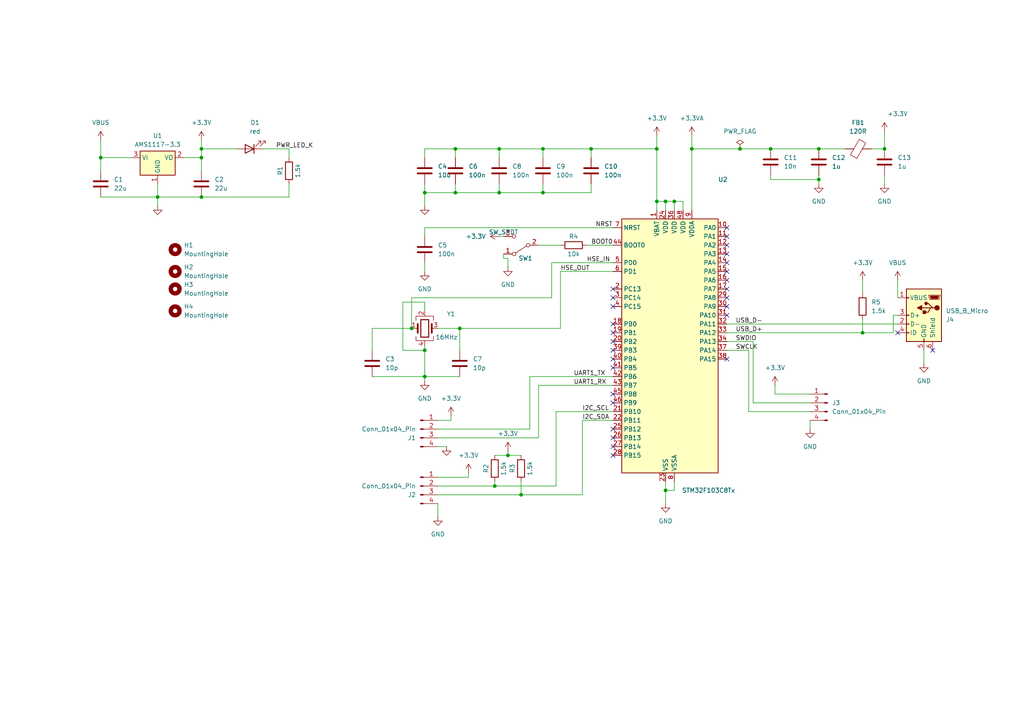
<source format=kicad_sch>
(kicad_sch
	(version 20231120)
	(generator "eeschema")
	(generator_version "8.0")
	(uuid "04e7e576-26f2-4d24-a8dc-67e99d7bfd32")
	(paper "A4")
	(lib_symbols
		(symbol "Connector:Conn_01x04_Pin"
			(pin_names
				(offset 1.016) hide)
			(exclude_from_sim no)
			(in_bom yes)
			(on_board yes)
			(property "Reference" "J"
				(at 0 5.08 0)
				(effects
					(font
						(size 1.27 1.27)
					)
				)
			)
			(property "Value" "Conn_01x04_Pin"
				(at 0 -7.62 0)
				(effects
					(font
						(size 1.27 1.27)
					)
				)
			)
			(property "Footprint" ""
				(at 0 0 0)
				(effects
					(font
						(size 1.27 1.27)
					)
					(hide yes)
				)
			)
			(property "Datasheet" "~"
				(at 0 0 0)
				(effects
					(font
						(size 1.27 1.27)
					)
					(hide yes)
				)
			)
			(property "Description" "Generic connector, single row, 01x04, script generated"
				(at 0 0 0)
				(effects
					(font
						(size 1.27 1.27)
					)
					(hide yes)
				)
			)
			(property "ki_locked" ""
				(at 0 0 0)
				(effects
					(font
						(size 1.27 1.27)
					)
				)
			)
			(property "ki_keywords" "connector"
				(at 0 0 0)
				(effects
					(font
						(size 1.27 1.27)
					)
					(hide yes)
				)
			)
			(property "ki_fp_filters" "Connector*:*_1x??_*"
				(at 0 0 0)
				(effects
					(font
						(size 1.27 1.27)
					)
					(hide yes)
				)
			)
			(symbol "Conn_01x04_Pin_1_1"
				(polyline
					(pts
						(xy 1.27 -5.08) (xy 0.8636 -5.08)
					)
					(stroke
						(width 0.1524)
						(type default)
					)
					(fill
						(type none)
					)
				)
				(polyline
					(pts
						(xy 1.27 -2.54) (xy 0.8636 -2.54)
					)
					(stroke
						(width 0.1524)
						(type default)
					)
					(fill
						(type none)
					)
				)
				(polyline
					(pts
						(xy 1.27 0) (xy 0.8636 0)
					)
					(stroke
						(width 0.1524)
						(type default)
					)
					(fill
						(type none)
					)
				)
				(polyline
					(pts
						(xy 1.27 2.54) (xy 0.8636 2.54)
					)
					(stroke
						(width 0.1524)
						(type default)
					)
					(fill
						(type none)
					)
				)
				(rectangle
					(start 0.8636 -4.953)
					(end 0 -5.207)
					(stroke
						(width 0.1524)
						(type default)
					)
					(fill
						(type outline)
					)
				)
				(rectangle
					(start 0.8636 -2.413)
					(end 0 -2.667)
					(stroke
						(width 0.1524)
						(type default)
					)
					(fill
						(type outline)
					)
				)
				(rectangle
					(start 0.8636 0.127)
					(end 0 -0.127)
					(stroke
						(width 0.1524)
						(type default)
					)
					(fill
						(type outline)
					)
				)
				(rectangle
					(start 0.8636 2.667)
					(end 0 2.413)
					(stroke
						(width 0.1524)
						(type default)
					)
					(fill
						(type outline)
					)
				)
				(pin passive line
					(at 5.08 2.54 180)
					(length 3.81)
					(name "Pin_1"
						(effects
							(font
								(size 1.27 1.27)
							)
						)
					)
					(number "1"
						(effects
							(font
								(size 1.27 1.27)
							)
						)
					)
				)
				(pin passive line
					(at 5.08 0 180)
					(length 3.81)
					(name "Pin_2"
						(effects
							(font
								(size 1.27 1.27)
							)
						)
					)
					(number "2"
						(effects
							(font
								(size 1.27 1.27)
							)
						)
					)
				)
				(pin passive line
					(at 5.08 -2.54 180)
					(length 3.81)
					(name "Pin_3"
						(effects
							(font
								(size 1.27 1.27)
							)
						)
					)
					(number "3"
						(effects
							(font
								(size 1.27 1.27)
							)
						)
					)
				)
				(pin passive line
					(at 5.08 -5.08 180)
					(length 3.81)
					(name "Pin_4"
						(effects
							(font
								(size 1.27 1.27)
							)
						)
					)
					(number "4"
						(effects
							(font
								(size 1.27 1.27)
							)
						)
					)
				)
			)
		)
		(symbol "Connector:USB_B_Micro"
			(pin_names
				(offset 1.016)
			)
			(exclude_from_sim no)
			(in_bom yes)
			(on_board yes)
			(property "Reference" "J"
				(at -5.08 11.43 0)
				(effects
					(font
						(size 1.27 1.27)
					)
					(justify left)
				)
			)
			(property "Value" "USB_B_Micro"
				(at -5.08 8.89 0)
				(effects
					(font
						(size 1.27 1.27)
					)
					(justify left)
				)
			)
			(property "Footprint" ""
				(at 3.81 -1.27 0)
				(effects
					(font
						(size 1.27 1.27)
					)
					(hide yes)
				)
			)
			(property "Datasheet" "~"
				(at 3.81 -1.27 0)
				(effects
					(font
						(size 1.27 1.27)
					)
					(hide yes)
				)
			)
			(property "Description" "USB Micro Type B connector"
				(at 0 0 0)
				(effects
					(font
						(size 1.27 1.27)
					)
					(hide yes)
				)
			)
			(property "ki_keywords" "connector USB micro"
				(at 0 0 0)
				(effects
					(font
						(size 1.27 1.27)
					)
					(hide yes)
				)
			)
			(property "ki_fp_filters" "USB*"
				(at 0 0 0)
				(effects
					(font
						(size 1.27 1.27)
					)
					(hide yes)
				)
			)
			(symbol "USB_B_Micro_0_1"
				(rectangle
					(start -5.08 -7.62)
					(end 5.08 7.62)
					(stroke
						(width 0.254)
						(type default)
					)
					(fill
						(type background)
					)
				)
				(circle
					(center -3.81 2.159)
					(radius 0.635)
					(stroke
						(width 0.254)
						(type default)
					)
					(fill
						(type outline)
					)
				)
				(circle
					(center -0.635 3.429)
					(radius 0.381)
					(stroke
						(width 0.254)
						(type default)
					)
					(fill
						(type outline)
					)
				)
				(rectangle
					(start -0.127 -7.62)
					(end 0.127 -6.858)
					(stroke
						(width 0)
						(type default)
					)
					(fill
						(type none)
					)
				)
				(polyline
					(pts
						(xy -1.905 2.159) (xy 0.635 2.159)
					)
					(stroke
						(width 0.254)
						(type default)
					)
					(fill
						(type none)
					)
				)
				(polyline
					(pts
						(xy -3.175 2.159) (xy -2.54 2.159) (xy -1.27 3.429) (xy -0.635 3.429)
					)
					(stroke
						(width 0.254)
						(type default)
					)
					(fill
						(type none)
					)
				)
				(polyline
					(pts
						(xy -2.54 2.159) (xy -1.905 2.159) (xy -1.27 0.889) (xy 0 0.889)
					)
					(stroke
						(width 0.254)
						(type default)
					)
					(fill
						(type none)
					)
				)
				(polyline
					(pts
						(xy 0.635 2.794) (xy 0.635 1.524) (xy 1.905 2.159) (xy 0.635 2.794)
					)
					(stroke
						(width 0.254)
						(type default)
					)
					(fill
						(type outline)
					)
				)
				(polyline
					(pts
						(xy -4.318 5.588) (xy -1.778 5.588) (xy -2.032 4.826) (xy -4.064 4.826) (xy -4.318 5.588)
					)
					(stroke
						(width 0)
						(type default)
					)
					(fill
						(type outline)
					)
				)
				(polyline
					(pts
						(xy -4.699 5.842) (xy -4.699 5.588) (xy -4.445 4.826) (xy -4.445 4.572) (xy -1.651 4.572) (xy -1.651 4.826)
						(xy -1.397 5.588) (xy -1.397 5.842) (xy -4.699 5.842)
					)
					(stroke
						(width 0)
						(type default)
					)
					(fill
						(type none)
					)
				)
				(rectangle
					(start 0.254 1.27)
					(end -0.508 0.508)
					(stroke
						(width 0.254)
						(type default)
					)
					(fill
						(type outline)
					)
				)
				(rectangle
					(start 5.08 -5.207)
					(end 4.318 -4.953)
					(stroke
						(width 0)
						(type default)
					)
					(fill
						(type none)
					)
				)
				(rectangle
					(start 5.08 -2.667)
					(end 4.318 -2.413)
					(stroke
						(width 0)
						(type default)
					)
					(fill
						(type none)
					)
				)
				(rectangle
					(start 5.08 -0.127)
					(end 4.318 0.127)
					(stroke
						(width 0)
						(type default)
					)
					(fill
						(type none)
					)
				)
				(rectangle
					(start 5.08 4.953)
					(end 4.318 5.207)
					(stroke
						(width 0)
						(type default)
					)
					(fill
						(type none)
					)
				)
			)
			(symbol "USB_B_Micro_1_1"
				(pin power_out line
					(at 7.62 5.08 180)
					(length 2.54)
					(name "VBUS"
						(effects
							(font
								(size 1.27 1.27)
							)
						)
					)
					(number "1"
						(effects
							(font
								(size 1.27 1.27)
							)
						)
					)
				)
				(pin bidirectional line
					(at 7.62 -2.54 180)
					(length 2.54)
					(name "D-"
						(effects
							(font
								(size 1.27 1.27)
							)
						)
					)
					(number "2"
						(effects
							(font
								(size 1.27 1.27)
							)
						)
					)
				)
				(pin bidirectional line
					(at 7.62 0 180)
					(length 2.54)
					(name "D+"
						(effects
							(font
								(size 1.27 1.27)
							)
						)
					)
					(number "3"
						(effects
							(font
								(size 1.27 1.27)
							)
						)
					)
				)
				(pin passive line
					(at 7.62 -5.08 180)
					(length 2.54)
					(name "ID"
						(effects
							(font
								(size 1.27 1.27)
							)
						)
					)
					(number "4"
						(effects
							(font
								(size 1.27 1.27)
							)
						)
					)
				)
				(pin power_out line
					(at 0 -10.16 90)
					(length 2.54)
					(name "GND"
						(effects
							(font
								(size 1.27 1.27)
							)
						)
					)
					(number "5"
						(effects
							(font
								(size 1.27 1.27)
							)
						)
					)
				)
				(pin passive line
					(at -2.54 -10.16 90)
					(length 2.54)
					(name "Shield"
						(effects
							(font
								(size 1.27 1.27)
							)
						)
					)
					(number "6"
						(effects
							(font
								(size 1.27 1.27)
							)
						)
					)
				)
			)
		)
		(symbol "Device:C"
			(pin_numbers hide)
			(pin_names
				(offset 0.254)
			)
			(exclude_from_sim no)
			(in_bom yes)
			(on_board yes)
			(property "Reference" "C"
				(at 0.635 2.54 0)
				(effects
					(font
						(size 1.27 1.27)
					)
					(justify left)
				)
			)
			(property "Value" "C"
				(at 0.635 -2.54 0)
				(effects
					(font
						(size 1.27 1.27)
					)
					(justify left)
				)
			)
			(property "Footprint" ""
				(at 0.9652 -3.81 0)
				(effects
					(font
						(size 1.27 1.27)
					)
					(hide yes)
				)
			)
			(property "Datasheet" "~"
				(at 0 0 0)
				(effects
					(font
						(size 1.27 1.27)
					)
					(hide yes)
				)
			)
			(property "Description" "Unpolarized capacitor"
				(at 0 0 0)
				(effects
					(font
						(size 1.27 1.27)
					)
					(hide yes)
				)
			)
			(property "ki_keywords" "cap capacitor"
				(at 0 0 0)
				(effects
					(font
						(size 1.27 1.27)
					)
					(hide yes)
				)
			)
			(property "ki_fp_filters" "C_*"
				(at 0 0 0)
				(effects
					(font
						(size 1.27 1.27)
					)
					(hide yes)
				)
			)
			(symbol "C_0_1"
				(polyline
					(pts
						(xy -2.032 -0.762) (xy 2.032 -0.762)
					)
					(stroke
						(width 0.508)
						(type default)
					)
					(fill
						(type none)
					)
				)
				(polyline
					(pts
						(xy -2.032 0.762) (xy 2.032 0.762)
					)
					(stroke
						(width 0.508)
						(type default)
					)
					(fill
						(type none)
					)
				)
			)
			(symbol "C_1_1"
				(pin passive line
					(at 0 3.81 270)
					(length 2.794)
					(name "~"
						(effects
							(font
								(size 1.27 1.27)
							)
						)
					)
					(number "1"
						(effects
							(font
								(size 1.27 1.27)
							)
						)
					)
				)
				(pin passive line
					(at 0 -3.81 90)
					(length 2.794)
					(name "~"
						(effects
							(font
								(size 1.27 1.27)
							)
						)
					)
					(number "2"
						(effects
							(font
								(size 1.27 1.27)
							)
						)
					)
				)
			)
		)
		(symbol "Device:Crystal_GND24"
			(pin_names
				(offset 1.016) hide)
			(exclude_from_sim no)
			(in_bom yes)
			(on_board yes)
			(property "Reference" "Y"
				(at 3.175 5.08 0)
				(effects
					(font
						(size 1.27 1.27)
					)
					(justify left)
				)
			)
			(property "Value" "Crystal_GND24"
				(at 3.175 3.175 0)
				(effects
					(font
						(size 1.27 1.27)
					)
					(justify left)
				)
			)
			(property "Footprint" ""
				(at 0 0 0)
				(effects
					(font
						(size 1.27 1.27)
					)
					(hide yes)
				)
			)
			(property "Datasheet" "~"
				(at 0 0 0)
				(effects
					(font
						(size 1.27 1.27)
					)
					(hide yes)
				)
			)
			(property "Description" "Four pin crystal, GND on pins 2 and 4"
				(at 0 0 0)
				(effects
					(font
						(size 1.27 1.27)
					)
					(hide yes)
				)
			)
			(property "ki_keywords" "quartz ceramic resonator oscillator"
				(at 0 0 0)
				(effects
					(font
						(size 1.27 1.27)
					)
					(hide yes)
				)
			)
			(property "ki_fp_filters" "Crystal*"
				(at 0 0 0)
				(effects
					(font
						(size 1.27 1.27)
					)
					(hide yes)
				)
			)
			(symbol "Crystal_GND24_0_1"
				(rectangle
					(start -1.143 2.54)
					(end 1.143 -2.54)
					(stroke
						(width 0.3048)
						(type default)
					)
					(fill
						(type none)
					)
				)
				(polyline
					(pts
						(xy -2.54 0) (xy -2.032 0)
					)
					(stroke
						(width 0)
						(type default)
					)
					(fill
						(type none)
					)
				)
				(polyline
					(pts
						(xy -2.032 -1.27) (xy -2.032 1.27)
					)
					(stroke
						(width 0.508)
						(type default)
					)
					(fill
						(type none)
					)
				)
				(polyline
					(pts
						(xy 0 -3.81) (xy 0 -3.556)
					)
					(stroke
						(width 0)
						(type default)
					)
					(fill
						(type none)
					)
				)
				(polyline
					(pts
						(xy 0 3.556) (xy 0 3.81)
					)
					(stroke
						(width 0)
						(type default)
					)
					(fill
						(type none)
					)
				)
				(polyline
					(pts
						(xy 2.032 -1.27) (xy 2.032 1.27)
					)
					(stroke
						(width 0.508)
						(type default)
					)
					(fill
						(type none)
					)
				)
				(polyline
					(pts
						(xy 2.032 0) (xy 2.54 0)
					)
					(stroke
						(width 0)
						(type default)
					)
					(fill
						(type none)
					)
				)
				(polyline
					(pts
						(xy -2.54 -2.286) (xy -2.54 -3.556) (xy 2.54 -3.556) (xy 2.54 -2.286)
					)
					(stroke
						(width 0)
						(type default)
					)
					(fill
						(type none)
					)
				)
				(polyline
					(pts
						(xy -2.54 2.286) (xy -2.54 3.556) (xy 2.54 3.556) (xy 2.54 2.286)
					)
					(stroke
						(width 0)
						(type default)
					)
					(fill
						(type none)
					)
				)
			)
			(symbol "Crystal_GND24_1_1"
				(pin passive line
					(at -3.81 0 0)
					(length 1.27)
					(name "1"
						(effects
							(font
								(size 1.27 1.27)
							)
						)
					)
					(number "1"
						(effects
							(font
								(size 1.27 1.27)
							)
						)
					)
				)
				(pin passive line
					(at 0 5.08 270)
					(length 1.27)
					(name "2"
						(effects
							(font
								(size 1.27 1.27)
							)
						)
					)
					(number "2"
						(effects
							(font
								(size 1.27 1.27)
							)
						)
					)
				)
				(pin passive line
					(at 3.81 0 180)
					(length 1.27)
					(name "3"
						(effects
							(font
								(size 1.27 1.27)
							)
						)
					)
					(number "3"
						(effects
							(font
								(size 1.27 1.27)
							)
						)
					)
				)
				(pin passive line
					(at 0 -5.08 90)
					(length 1.27)
					(name "4"
						(effects
							(font
								(size 1.27 1.27)
							)
						)
					)
					(number "4"
						(effects
							(font
								(size 1.27 1.27)
							)
						)
					)
				)
			)
		)
		(symbol "Device:FerriteBead"
			(pin_numbers hide)
			(pin_names
				(offset 0)
			)
			(exclude_from_sim no)
			(in_bom yes)
			(on_board yes)
			(property "Reference" "FB"
				(at -3.81 0.635 90)
				(effects
					(font
						(size 1.27 1.27)
					)
				)
			)
			(property "Value" "FerriteBead"
				(at 3.81 0 90)
				(effects
					(font
						(size 1.27 1.27)
					)
				)
			)
			(property "Footprint" ""
				(at -1.778 0 90)
				(effects
					(font
						(size 1.27 1.27)
					)
					(hide yes)
				)
			)
			(property "Datasheet" "~"
				(at 0 0 0)
				(effects
					(font
						(size 1.27 1.27)
					)
					(hide yes)
				)
			)
			(property "Description" "Ferrite bead"
				(at 0 0 0)
				(effects
					(font
						(size 1.27 1.27)
					)
					(hide yes)
				)
			)
			(property "ki_keywords" "L ferrite bead inductor filter"
				(at 0 0 0)
				(effects
					(font
						(size 1.27 1.27)
					)
					(hide yes)
				)
			)
			(property "ki_fp_filters" "Inductor_* L_* *Ferrite*"
				(at 0 0 0)
				(effects
					(font
						(size 1.27 1.27)
					)
					(hide yes)
				)
			)
			(symbol "FerriteBead_0_1"
				(polyline
					(pts
						(xy 0 -1.27) (xy 0 -1.2192)
					)
					(stroke
						(width 0)
						(type default)
					)
					(fill
						(type none)
					)
				)
				(polyline
					(pts
						(xy 0 1.27) (xy 0 1.2954)
					)
					(stroke
						(width 0)
						(type default)
					)
					(fill
						(type none)
					)
				)
				(polyline
					(pts
						(xy -2.7686 0.4064) (xy -1.7018 2.2606) (xy 2.7686 -0.3048) (xy 1.6764 -2.159) (xy -2.7686 0.4064)
					)
					(stroke
						(width 0)
						(type default)
					)
					(fill
						(type none)
					)
				)
			)
			(symbol "FerriteBead_1_1"
				(pin passive line
					(at 0 3.81 270)
					(length 2.54)
					(name "~"
						(effects
							(font
								(size 1.27 1.27)
							)
						)
					)
					(number "1"
						(effects
							(font
								(size 1.27 1.27)
							)
						)
					)
				)
				(pin passive line
					(at 0 -3.81 90)
					(length 2.54)
					(name "~"
						(effects
							(font
								(size 1.27 1.27)
							)
						)
					)
					(number "2"
						(effects
							(font
								(size 1.27 1.27)
							)
						)
					)
				)
			)
		)
		(symbol "Device:LED"
			(pin_numbers hide)
			(pin_names
				(offset 1.016) hide)
			(exclude_from_sim no)
			(in_bom yes)
			(on_board yes)
			(property "Reference" "D"
				(at 0 2.54 0)
				(effects
					(font
						(size 1.27 1.27)
					)
				)
			)
			(property "Value" "LED"
				(at 0 -2.54 0)
				(effects
					(font
						(size 1.27 1.27)
					)
				)
			)
			(property "Footprint" ""
				(at 0 0 0)
				(effects
					(font
						(size 1.27 1.27)
					)
					(hide yes)
				)
			)
			(property "Datasheet" "~"
				(at 0 0 0)
				(effects
					(font
						(size 1.27 1.27)
					)
					(hide yes)
				)
			)
			(property "Description" "Light emitting diode"
				(at 0 0 0)
				(effects
					(font
						(size 1.27 1.27)
					)
					(hide yes)
				)
			)
			(property "ki_keywords" "LED diode"
				(at 0 0 0)
				(effects
					(font
						(size 1.27 1.27)
					)
					(hide yes)
				)
			)
			(property "ki_fp_filters" "LED* LED_SMD:* LED_THT:*"
				(at 0 0 0)
				(effects
					(font
						(size 1.27 1.27)
					)
					(hide yes)
				)
			)
			(symbol "LED_0_1"
				(polyline
					(pts
						(xy -1.27 -1.27) (xy -1.27 1.27)
					)
					(stroke
						(width 0.254)
						(type default)
					)
					(fill
						(type none)
					)
				)
				(polyline
					(pts
						(xy -1.27 0) (xy 1.27 0)
					)
					(stroke
						(width 0)
						(type default)
					)
					(fill
						(type none)
					)
				)
				(polyline
					(pts
						(xy 1.27 -1.27) (xy 1.27 1.27) (xy -1.27 0) (xy 1.27 -1.27)
					)
					(stroke
						(width 0.254)
						(type default)
					)
					(fill
						(type none)
					)
				)
				(polyline
					(pts
						(xy -3.048 -0.762) (xy -4.572 -2.286) (xy -3.81 -2.286) (xy -4.572 -2.286) (xy -4.572 -1.524)
					)
					(stroke
						(width 0)
						(type default)
					)
					(fill
						(type none)
					)
				)
				(polyline
					(pts
						(xy -1.778 -0.762) (xy -3.302 -2.286) (xy -2.54 -2.286) (xy -3.302 -2.286) (xy -3.302 -1.524)
					)
					(stroke
						(width 0)
						(type default)
					)
					(fill
						(type none)
					)
				)
			)
			(symbol "LED_1_1"
				(pin passive line
					(at -3.81 0 0)
					(length 2.54)
					(name "K"
						(effects
							(font
								(size 1.27 1.27)
							)
						)
					)
					(number "1"
						(effects
							(font
								(size 1.27 1.27)
							)
						)
					)
				)
				(pin passive line
					(at 3.81 0 180)
					(length 2.54)
					(name "A"
						(effects
							(font
								(size 1.27 1.27)
							)
						)
					)
					(number "2"
						(effects
							(font
								(size 1.27 1.27)
							)
						)
					)
				)
			)
		)
		(symbol "Device:R"
			(pin_numbers hide)
			(pin_names
				(offset 0)
			)
			(exclude_from_sim no)
			(in_bom yes)
			(on_board yes)
			(property "Reference" "R"
				(at 2.032 0 90)
				(effects
					(font
						(size 1.27 1.27)
					)
				)
			)
			(property "Value" "R"
				(at 0 0 90)
				(effects
					(font
						(size 1.27 1.27)
					)
				)
			)
			(property "Footprint" ""
				(at -1.778 0 90)
				(effects
					(font
						(size 1.27 1.27)
					)
					(hide yes)
				)
			)
			(property "Datasheet" "~"
				(at 0 0 0)
				(effects
					(font
						(size 1.27 1.27)
					)
					(hide yes)
				)
			)
			(property "Description" "Resistor"
				(at 0 0 0)
				(effects
					(font
						(size 1.27 1.27)
					)
					(hide yes)
				)
			)
			(property "ki_keywords" "R res resistor"
				(at 0 0 0)
				(effects
					(font
						(size 1.27 1.27)
					)
					(hide yes)
				)
			)
			(property "ki_fp_filters" "R_*"
				(at 0 0 0)
				(effects
					(font
						(size 1.27 1.27)
					)
					(hide yes)
				)
			)
			(symbol "R_0_1"
				(rectangle
					(start -1.016 -2.54)
					(end 1.016 2.54)
					(stroke
						(width 0.254)
						(type default)
					)
					(fill
						(type none)
					)
				)
			)
			(symbol "R_1_1"
				(pin passive line
					(at 0 3.81 270)
					(length 1.27)
					(name "~"
						(effects
							(font
								(size 1.27 1.27)
							)
						)
					)
					(number "1"
						(effects
							(font
								(size 1.27 1.27)
							)
						)
					)
				)
				(pin passive line
					(at 0 -3.81 90)
					(length 1.27)
					(name "~"
						(effects
							(font
								(size 1.27 1.27)
							)
						)
					)
					(number "2"
						(effects
							(font
								(size 1.27 1.27)
							)
						)
					)
				)
			)
		)
		(symbol "MCU_ST_STM32F1:STM32F103C8Tx"
			(exclude_from_sim no)
			(in_bom yes)
			(on_board yes)
			(property "Reference" "U"
				(at -12.7 39.37 0)
				(effects
					(font
						(size 1.27 1.27)
					)
					(justify left)
				)
			)
			(property "Value" "STM32F103C8Tx"
				(at 10.16 39.37 0)
				(effects
					(font
						(size 1.27 1.27)
					)
					(justify left)
				)
			)
			(property "Footprint" "Package_QFP:LQFP-48_7x7mm_P0.5mm"
				(at -12.7 -35.56 0)
				(effects
					(font
						(size 1.27 1.27)
					)
					(justify right)
					(hide yes)
				)
			)
			(property "Datasheet" "https://www.st.com/resource/en/datasheet/stm32f103c8.pdf"
				(at 0 0 0)
				(effects
					(font
						(size 1.27 1.27)
					)
					(hide yes)
				)
			)
			(property "Description" "STMicroelectronics Arm Cortex-M3 MCU, 64KB flash, 20KB RAM, 72 MHz, 2.0-3.6V, 37 GPIO, LQFP48"
				(at 0 0 0)
				(effects
					(font
						(size 1.27 1.27)
					)
					(hide yes)
				)
			)
			(property "ki_locked" ""
				(at 0 0 0)
				(effects
					(font
						(size 1.27 1.27)
					)
				)
			)
			(property "ki_keywords" "Arm Cortex-M3 STM32F1 STM32F103"
				(at 0 0 0)
				(effects
					(font
						(size 1.27 1.27)
					)
					(hide yes)
				)
			)
			(property "ki_fp_filters" "LQFP*7x7mm*P0.5mm*"
				(at 0 0 0)
				(effects
					(font
						(size 1.27 1.27)
					)
					(hide yes)
				)
			)
			(symbol "STM32F103C8Tx_0_1"
				(rectangle
					(start -12.7 -35.56)
					(end 15.24 38.1)
					(stroke
						(width 0.254)
						(type default)
					)
					(fill
						(type background)
					)
				)
			)
			(symbol "STM32F103C8Tx_1_1"
				(pin power_in line
					(at -2.54 40.64 270)
					(length 2.54)
					(name "VBAT"
						(effects
							(font
								(size 1.27 1.27)
							)
						)
					)
					(number "1"
						(effects
							(font
								(size 1.27 1.27)
							)
						)
					)
				)
				(pin bidirectional line
					(at 17.78 35.56 180)
					(length 2.54)
					(name "PA0"
						(effects
							(font
								(size 1.27 1.27)
							)
						)
					)
					(number "10"
						(effects
							(font
								(size 1.27 1.27)
							)
						)
					)
					(alternate "ADC1_IN0" bidirectional line)
					(alternate "ADC2_IN0" bidirectional line)
					(alternate "SYS_WKUP" bidirectional line)
					(alternate "TIM2_CH1" bidirectional line)
					(alternate "TIM2_ETR" bidirectional line)
					(alternate "USART2_CTS" bidirectional line)
				)
				(pin bidirectional line
					(at 17.78 33.02 180)
					(length 2.54)
					(name "PA1"
						(effects
							(font
								(size 1.27 1.27)
							)
						)
					)
					(number "11"
						(effects
							(font
								(size 1.27 1.27)
							)
						)
					)
					(alternate "ADC1_IN1" bidirectional line)
					(alternate "ADC2_IN1" bidirectional line)
					(alternate "TIM2_CH2" bidirectional line)
					(alternate "USART2_RTS" bidirectional line)
				)
				(pin bidirectional line
					(at 17.78 30.48 180)
					(length 2.54)
					(name "PA2"
						(effects
							(font
								(size 1.27 1.27)
							)
						)
					)
					(number "12"
						(effects
							(font
								(size 1.27 1.27)
							)
						)
					)
					(alternate "ADC1_IN2" bidirectional line)
					(alternate "ADC2_IN2" bidirectional line)
					(alternate "TIM2_CH3" bidirectional line)
					(alternate "USART2_TX" bidirectional line)
				)
				(pin bidirectional line
					(at 17.78 27.94 180)
					(length 2.54)
					(name "PA3"
						(effects
							(font
								(size 1.27 1.27)
							)
						)
					)
					(number "13"
						(effects
							(font
								(size 1.27 1.27)
							)
						)
					)
					(alternate "ADC1_IN3" bidirectional line)
					(alternate "ADC2_IN3" bidirectional line)
					(alternate "TIM2_CH4" bidirectional line)
					(alternate "USART2_RX" bidirectional line)
				)
				(pin bidirectional line
					(at 17.78 25.4 180)
					(length 2.54)
					(name "PA4"
						(effects
							(font
								(size 1.27 1.27)
							)
						)
					)
					(number "14"
						(effects
							(font
								(size 1.27 1.27)
							)
						)
					)
					(alternate "ADC1_IN4" bidirectional line)
					(alternate "ADC2_IN4" bidirectional line)
					(alternate "SPI1_NSS" bidirectional line)
					(alternate "USART2_CK" bidirectional line)
				)
				(pin bidirectional line
					(at 17.78 22.86 180)
					(length 2.54)
					(name "PA5"
						(effects
							(font
								(size 1.27 1.27)
							)
						)
					)
					(number "15"
						(effects
							(font
								(size 1.27 1.27)
							)
						)
					)
					(alternate "ADC1_IN5" bidirectional line)
					(alternate "ADC2_IN5" bidirectional line)
					(alternate "SPI1_SCK" bidirectional line)
				)
				(pin bidirectional line
					(at 17.78 20.32 180)
					(length 2.54)
					(name "PA6"
						(effects
							(font
								(size 1.27 1.27)
							)
						)
					)
					(number "16"
						(effects
							(font
								(size 1.27 1.27)
							)
						)
					)
					(alternate "ADC1_IN6" bidirectional line)
					(alternate "ADC2_IN6" bidirectional line)
					(alternate "SPI1_MISO" bidirectional line)
					(alternate "TIM1_BKIN" bidirectional line)
					(alternate "TIM3_CH1" bidirectional line)
				)
				(pin bidirectional line
					(at 17.78 17.78 180)
					(length 2.54)
					(name "PA7"
						(effects
							(font
								(size 1.27 1.27)
							)
						)
					)
					(number "17"
						(effects
							(font
								(size 1.27 1.27)
							)
						)
					)
					(alternate "ADC1_IN7" bidirectional line)
					(alternate "ADC2_IN7" bidirectional line)
					(alternate "SPI1_MOSI" bidirectional line)
					(alternate "TIM1_CH1N" bidirectional line)
					(alternate "TIM3_CH2" bidirectional line)
				)
				(pin bidirectional line
					(at -15.24 7.62 0)
					(length 2.54)
					(name "PB0"
						(effects
							(font
								(size 1.27 1.27)
							)
						)
					)
					(number "18"
						(effects
							(font
								(size 1.27 1.27)
							)
						)
					)
					(alternate "ADC1_IN8" bidirectional line)
					(alternate "ADC2_IN8" bidirectional line)
					(alternate "TIM1_CH2N" bidirectional line)
					(alternate "TIM3_CH3" bidirectional line)
				)
				(pin bidirectional line
					(at -15.24 5.08 0)
					(length 2.54)
					(name "PB1"
						(effects
							(font
								(size 1.27 1.27)
							)
						)
					)
					(number "19"
						(effects
							(font
								(size 1.27 1.27)
							)
						)
					)
					(alternate "ADC1_IN9" bidirectional line)
					(alternate "ADC2_IN9" bidirectional line)
					(alternate "TIM1_CH3N" bidirectional line)
					(alternate "TIM3_CH4" bidirectional line)
				)
				(pin bidirectional line
					(at -15.24 17.78 0)
					(length 2.54)
					(name "PC13"
						(effects
							(font
								(size 1.27 1.27)
							)
						)
					)
					(number "2"
						(effects
							(font
								(size 1.27 1.27)
							)
						)
					)
					(alternate "RTC_OUT" bidirectional line)
					(alternate "RTC_TAMPER" bidirectional line)
				)
				(pin bidirectional line
					(at -15.24 2.54 0)
					(length 2.54)
					(name "PB2"
						(effects
							(font
								(size 1.27 1.27)
							)
						)
					)
					(number "20"
						(effects
							(font
								(size 1.27 1.27)
							)
						)
					)
				)
				(pin bidirectional line
					(at -15.24 -17.78 0)
					(length 2.54)
					(name "PB10"
						(effects
							(font
								(size 1.27 1.27)
							)
						)
					)
					(number "21"
						(effects
							(font
								(size 1.27 1.27)
							)
						)
					)
					(alternate "I2C2_SCL" bidirectional line)
					(alternate "TIM2_CH3" bidirectional line)
					(alternate "USART3_TX" bidirectional line)
				)
				(pin bidirectional line
					(at -15.24 -20.32 0)
					(length 2.54)
					(name "PB11"
						(effects
							(font
								(size 1.27 1.27)
							)
						)
					)
					(number "22"
						(effects
							(font
								(size 1.27 1.27)
							)
						)
					)
					(alternate "ADC1_EXTI11" bidirectional line)
					(alternate "ADC2_EXTI11" bidirectional line)
					(alternate "I2C2_SDA" bidirectional line)
					(alternate "TIM2_CH4" bidirectional line)
					(alternate "USART3_RX" bidirectional line)
				)
				(pin power_in line
					(at 0 -38.1 90)
					(length 2.54)
					(name "VSS"
						(effects
							(font
								(size 1.27 1.27)
							)
						)
					)
					(number "23"
						(effects
							(font
								(size 1.27 1.27)
							)
						)
					)
				)
				(pin power_in line
					(at 0 40.64 270)
					(length 2.54)
					(name "VDD"
						(effects
							(font
								(size 1.27 1.27)
							)
						)
					)
					(number "24"
						(effects
							(font
								(size 1.27 1.27)
							)
						)
					)
				)
				(pin bidirectional line
					(at -15.24 -22.86 0)
					(length 2.54)
					(name "PB12"
						(effects
							(font
								(size 1.27 1.27)
							)
						)
					)
					(number "25"
						(effects
							(font
								(size 1.27 1.27)
							)
						)
					)
					(alternate "I2C2_SMBA" bidirectional line)
					(alternate "SPI2_NSS" bidirectional line)
					(alternate "TIM1_BKIN" bidirectional line)
					(alternate "USART3_CK" bidirectional line)
				)
				(pin bidirectional line
					(at -15.24 -25.4 0)
					(length 2.54)
					(name "PB13"
						(effects
							(font
								(size 1.27 1.27)
							)
						)
					)
					(number "26"
						(effects
							(font
								(size 1.27 1.27)
							)
						)
					)
					(alternate "SPI2_SCK" bidirectional line)
					(alternate "TIM1_CH1N" bidirectional line)
					(alternate "USART3_CTS" bidirectional line)
				)
				(pin bidirectional line
					(at -15.24 -27.94 0)
					(length 2.54)
					(name "PB14"
						(effects
							(font
								(size 1.27 1.27)
							)
						)
					)
					(number "27"
						(effects
							(font
								(size 1.27 1.27)
							)
						)
					)
					(alternate "SPI2_MISO" bidirectional line)
					(alternate "TIM1_CH2N" bidirectional line)
					(alternate "USART3_RTS" bidirectional line)
				)
				(pin bidirectional line
					(at -15.24 -30.48 0)
					(length 2.54)
					(name "PB15"
						(effects
							(font
								(size 1.27 1.27)
							)
						)
					)
					(number "28"
						(effects
							(font
								(size 1.27 1.27)
							)
						)
					)
					(alternate "ADC1_EXTI15" bidirectional line)
					(alternate "ADC2_EXTI15" bidirectional line)
					(alternate "SPI2_MOSI" bidirectional line)
					(alternate "TIM1_CH3N" bidirectional line)
				)
				(pin bidirectional line
					(at 17.78 15.24 180)
					(length 2.54)
					(name "PA8"
						(effects
							(font
								(size 1.27 1.27)
							)
						)
					)
					(number "29"
						(effects
							(font
								(size 1.27 1.27)
							)
						)
					)
					(alternate "RCC_MCO" bidirectional line)
					(alternate "TIM1_CH1" bidirectional line)
					(alternate "USART1_CK" bidirectional line)
				)
				(pin bidirectional line
					(at -15.24 15.24 0)
					(length 2.54)
					(name "PC14"
						(effects
							(font
								(size 1.27 1.27)
							)
						)
					)
					(number "3"
						(effects
							(font
								(size 1.27 1.27)
							)
						)
					)
					(alternate "RCC_OSC32_IN" bidirectional line)
				)
				(pin bidirectional line
					(at 17.78 12.7 180)
					(length 2.54)
					(name "PA9"
						(effects
							(font
								(size 1.27 1.27)
							)
						)
					)
					(number "30"
						(effects
							(font
								(size 1.27 1.27)
							)
						)
					)
					(alternate "TIM1_CH2" bidirectional line)
					(alternate "USART1_TX" bidirectional line)
				)
				(pin bidirectional line
					(at 17.78 10.16 180)
					(length 2.54)
					(name "PA10"
						(effects
							(font
								(size 1.27 1.27)
							)
						)
					)
					(number "31"
						(effects
							(font
								(size 1.27 1.27)
							)
						)
					)
					(alternate "TIM1_CH3" bidirectional line)
					(alternate "USART1_RX" bidirectional line)
				)
				(pin bidirectional line
					(at 17.78 7.62 180)
					(length 2.54)
					(name "PA11"
						(effects
							(font
								(size 1.27 1.27)
							)
						)
					)
					(number "32"
						(effects
							(font
								(size 1.27 1.27)
							)
						)
					)
					(alternate "ADC1_EXTI11" bidirectional line)
					(alternate "ADC2_EXTI11" bidirectional line)
					(alternate "CAN_RX" bidirectional line)
					(alternate "TIM1_CH4" bidirectional line)
					(alternate "USART1_CTS" bidirectional line)
					(alternate "USB_DM" bidirectional line)
				)
				(pin bidirectional line
					(at 17.78 5.08 180)
					(length 2.54)
					(name "PA12"
						(effects
							(font
								(size 1.27 1.27)
							)
						)
					)
					(number "33"
						(effects
							(font
								(size 1.27 1.27)
							)
						)
					)
					(alternate "CAN_TX" bidirectional line)
					(alternate "TIM1_ETR" bidirectional line)
					(alternate "USART1_RTS" bidirectional line)
					(alternate "USB_DP" bidirectional line)
				)
				(pin bidirectional line
					(at 17.78 2.54 180)
					(length 2.54)
					(name "PA13"
						(effects
							(font
								(size 1.27 1.27)
							)
						)
					)
					(number "34"
						(effects
							(font
								(size 1.27 1.27)
							)
						)
					)
					(alternate "SYS_JTMS-SWDIO" bidirectional line)
				)
				(pin passive line
					(at 0 -38.1 90)
					(length 2.54) hide
					(name "VSS"
						(effects
							(font
								(size 1.27 1.27)
							)
						)
					)
					(number "35"
						(effects
							(font
								(size 1.27 1.27)
							)
						)
					)
				)
				(pin power_in line
					(at 2.54 40.64 270)
					(length 2.54)
					(name "VDD"
						(effects
							(font
								(size 1.27 1.27)
							)
						)
					)
					(number "36"
						(effects
							(font
								(size 1.27 1.27)
							)
						)
					)
				)
				(pin bidirectional line
					(at 17.78 0 180)
					(length 2.54)
					(name "PA14"
						(effects
							(font
								(size 1.27 1.27)
							)
						)
					)
					(number "37"
						(effects
							(font
								(size 1.27 1.27)
							)
						)
					)
					(alternate "SYS_JTCK-SWCLK" bidirectional line)
				)
				(pin bidirectional line
					(at 17.78 -2.54 180)
					(length 2.54)
					(name "PA15"
						(effects
							(font
								(size 1.27 1.27)
							)
						)
					)
					(number "38"
						(effects
							(font
								(size 1.27 1.27)
							)
						)
					)
					(alternate "ADC1_EXTI15" bidirectional line)
					(alternate "ADC2_EXTI15" bidirectional line)
					(alternate "SPI1_NSS" bidirectional line)
					(alternate "SYS_JTDI" bidirectional line)
					(alternate "TIM2_CH1" bidirectional line)
					(alternate "TIM2_ETR" bidirectional line)
				)
				(pin bidirectional line
					(at -15.24 0 0)
					(length 2.54)
					(name "PB3"
						(effects
							(font
								(size 1.27 1.27)
							)
						)
					)
					(number "39"
						(effects
							(font
								(size 1.27 1.27)
							)
						)
					)
					(alternate "SPI1_SCK" bidirectional line)
					(alternate "SYS_JTDO-TRACESWO" bidirectional line)
					(alternate "TIM2_CH2" bidirectional line)
				)
				(pin bidirectional line
					(at -15.24 12.7 0)
					(length 2.54)
					(name "PC15"
						(effects
							(font
								(size 1.27 1.27)
							)
						)
					)
					(number "4"
						(effects
							(font
								(size 1.27 1.27)
							)
						)
					)
					(alternate "ADC1_EXTI15" bidirectional line)
					(alternate "ADC2_EXTI15" bidirectional line)
					(alternate "RCC_OSC32_OUT" bidirectional line)
				)
				(pin bidirectional line
					(at -15.24 -2.54 0)
					(length 2.54)
					(name "PB4"
						(effects
							(font
								(size 1.27 1.27)
							)
						)
					)
					(number "40"
						(effects
							(font
								(size 1.27 1.27)
							)
						)
					)
					(alternate "SPI1_MISO" bidirectional line)
					(alternate "SYS_NJTRST" bidirectional line)
					(alternate "TIM3_CH1" bidirectional line)
				)
				(pin bidirectional line
					(at -15.24 -5.08 0)
					(length 2.54)
					(name "PB5"
						(effects
							(font
								(size 1.27 1.27)
							)
						)
					)
					(number "41"
						(effects
							(font
								(size 1.27 1.27)
							)
						)
					)
					(alternate "I2C1_SMBA" bidirectional line)
					(alternate "SPI1_MOSI" bidirectional line)
					(alternate "TIM3_CH2" bidirectional line)
				)
				(pin bidirectional line
					(at -15.24 -7.62 0)
					(length 2.54)
					(name "PB6"
						(effects
							(font
								(size 1.27 1.27)
							)
						)
					)
					(number "42"
						(effects
							(font
								(size 1.27 1.27)
							)
						)
					)
					(alternate "I2C1_SCL" bidirectional line)
					(alternate "TIM4_CH1" bidirectional line)
					(alternate "USART1_TX" bidirectional line)
				)
				(pin bidirectional line
					(at -15.24 -10.16 0)
					(length 2.54)
					(name "PB7"
						(effects
							(font
								(size 1.27 1.27)
							)
						)
					)
					(number "43"
						(effects
							(font
								(size 1.27 1.27)
							)
						)
					)
					(alternate "I2C1_SDA" bidirectional line)
					(alternate "TIM4_CH2" bidirectional line)
					(alternate "USART1_RX" bidirectional line)
				)
				(pin input line
					(at -15.24 30.48 0)
					(length 2.54)
					(name "BOOT0"
						(effects
							(font
								(size 1.27 1.27)
							)
						)
					)
					(number "44"
						(effects
							(font
								(size 1.27 1.27)
							)
						)
					)
				)
				(pin bidirectional line
					(at -15.24 -12.7 0)
					(length 2.54)
					(name "PB8"
						(effects
							(font
								(size 1.27 1.27)
							)
						)
					)
					(number "45"
						(effects
							(font
								(size 1.27 1.27)
							)
						)
					)
					(alternate "CAN_RX" bidirectional line)
					(alternate "I2C1_SCL" bidirectional line)
					(alternate "TIM4_CH3" bidirectional line)
				)
				(pin bidirectional line
					(at -15.24 -15.24 0)
					(length 2.54)
					(name "PB9"
						(effects
							(font
								(size 1.27 1.27)
							)
						)
					)
					(number "46"
						(effects
							(font
								(size 1.27 1.27)
							)
						)
					)
					(alternate "CAN_TX" bidirectional line)
					(alternate "I2C1_SDA" bidirectional line)
					(alternate "TIM4_CH4" bidirectional line)
				)
				(pin passive line
					(at 0 -38.1 90)
					(length 2.54) hide
					(name "VSS"
						(effects
							(font
								(size 1.27 1.27)
							)
						)
					)
					(number "47"
						(effects
							(font
								(size 1.27 1.27)
							)
						)
					)
				)
				(pin power_in line
					(at 5.08 40.64 270)
					(length 2.54)
					(name "VDD"
						(effects
							(font
								(size 1.27 1.27)
							)
						)
					)
					(number "48"
						(effects
							(font
								(size 1.27 1.27)
							)
						)
					)
				)
				(pin bidirectional line
					(at -15.24 25.4 0)
					(length 2.54)
					(name "PD0"
						(effects
							(font
								(size 1.27 1.27)
							)
						)
					)
					(number "5"
						(effects
							(font
								(size 1.27 1.27)
							)
						)
					)
					(alternate "RCC_OSC_IN" bidirectional line)
				)
				(pin bidirectional line
					(at -15.24 22.86 0)
					(length 2.54)
					(name "PD1"
						(effects
							(font
								(size 1.27 1.27)
							)
						)
					)
					(number "6"
						(effects
							(font
								(size 1.27 1.27)
							)
						)
					)
					(alternate "RCC_OSC_OUT" bidirectional line)
				)
				(pin input line
					(at -15.24 35.56 0)
					(length 2.54)
					(name "NRST"
						(effects
							(font
								(size 1.27 1.27)
							)
						)
					)
					(number "7"
						(effects
							(font
								(size 1.27 1.27)
							)
						)
					)
				)
				(pin power_in line
					(at 2.54 -38.1 90)
					(length 2.54)
					(name "VSSA"
						(effects
							(font
								(size 1.27 1.27)
							)
						)
					)
					(number "8"
						(effects
							(font
								(size 1.27 1.27)
							)
						)
					)
				)
				(pin power_in line
					(at 7.62 40.64 270)
					(length 2.54)
					(name "VDDA"
						(effects
							(font
								(size 1.27 1.27)
							)
						)
					)
					(number "9"
						(effects
							(font
								(size 1.27 1.27)
							)
						)
					)
				)
			)
		)
		(symbol "Mechanical:MountingHole"
			(pin_names
				(offset 1.016)
			)
			(exclude_from_sim yes)
			(in_bom no)
			(on_board yes)
			(property "Reference" "H"
				(at 0 5.08 0)
				(effects
					(font
						(size 1.27 1.27)
					)
				)
			)
			(property "Value" "MountingHole"
				(at 0 3.175 0)
				(effects
					(font
						(size 1.27 1.27)
					)
				)
			)
			(property "Footprint" ""
				(at 0 0 0)
				(effects
					(font
						(size 1.27 1.27)
					)
					(hide yes)
				)
			)
			(property "Datasheet" "~"
				(at 0 0 0)
				(effects
					(font
						(size 1.27 1.27)
					)
					(hide yes)
				)
			)
			(property "Description" "Mounting Hole without connection"
				(at 0 0 0)
				(effects
					(font
						(size 1.27 1.27)
					)
					(hide yes)
				)
			)
			(property "ki_keywords" "mounting hole"
				(at 0 0 0)
				(effects
					(font
						(size 1.27 1.27)
					)
					(hide yes)
				)
			)
			(property "ki_fp_filters" "MountingHole*"
				(at 0 0 0)
				(effects
					(font
						(size 1.27 1.27)
					)
					(hide yes)
				)
			)
			(symbol "MountingHole_0_1"
				(circle
					(center 0 0)
					(radius 1.27)
					(stroke
						(width 1.27)
						(type default)
					)
					(fill
						(type none)
					)
				)
			)
		)
		(symbol "Regulator_Linear:AMS1117-3.3"
			(exclude_from_sim no)
			(in_bom yes)
			(on_board yes)
			(property "Reference" "U"
				(at -3.81 3.175 0)
				(effects
					(font
						(size 1.27 1.27)
					)
				)
			)
			(property "Value" "AMS1117-3.3"
				(at 0 3.175 0)
				(effects
					(font
						(size 1.27 1.27)
					)
					(justify left)
				)
			)
			(property "Footprint" "Package_TO_SOT_SMD:SOT-223-3_TabPin2"
				(at 0 5.08 0)
				(effects
					(font
						(size 1.27 1.27)
					)
					(hide yes)
				)
			)
			(property "Datasheet" "http://www.advanced-monolithic.com/pdf/ds1117.pdf"
				(at 2.54 -6.35 0)
				(effects
					(font
						(size 1.27 1.27)
					)
					(hide yes)
				)
			)
			(property "Description" "1A Low Dropout regulator, positive, 3.3V fixed output, SOT-223"
				(at 0 0 0)
				(effects
					(font
						(size 1.27 1.27)
					)
					(hide yes)
				)
			)
			(property "ki_keywords" "linear regulator ldo fixed positive"
				(at 0 0 0)
				(effects
					(font
						(size 1.27 1.27)
					)
					(hide yes)
				)
			)
			(property "ki_fp_filters" "SOT?223*TabPin2*"
				(at 0 0 0)
				(effects
					(font
						(size 1.27 1.27)
					)
					(hide yes)
				)
			)
			(symbol "AMS1117-3.3_0_1"
				(rectangle
					(start -5.08 -5.08)
					(end 5.08 1.905)
					(stroke
						(width 0.254)
						(type default)
					)
					(fill
						(type background)
					)
				)
			)
			(symbol "AMS1117-3.3_1_1"
				(pin power_in line
					(at 0 -7.62 90)
					(length 2.54)
					(name "GND"
						(effects
							(font
								(size 1.27 1.27)
							)
						)
					)
					(number "1"
						(effects
							(font
								(size 1.27 1.27)
							)
						)
					)
				)
				(pin power_out line
					(at 7.62 0 180)
					(length 2.54)
					(name "VO"
						(effects
							(font
								(size 1.27 1.27)
							)
						)
					)
					(number "2"
						(effects
							(font
								(size 1.27 1.27)
							)
						)
					)
				)
				(pin power_in line
					(at -7.62 0 0)
					(length 2.54)
					(name "VI"
						(effects
							(font
								(size 1.27 1.27)
							)
						)
					)
					(number "3"
						(effects
							(font
								(size 1.27 1.27)
							)
						)
					)
				)
			)
		)
		(symbol "Switch:SW_SPDT"
			(pin_names
				(offset 0) hide)
			(exclude_from_sim no)
			(in_bom yes)
			(on_board yes)
			(property "Reference" "SW"
				(at 0 4.318 0)
				(effects
					(font
						(size 1.27 1.27)
					)
				)
			)
			(property "Value" "SW_SPDT"
				(at 0 -5.08 0)
				(effects
					(font
						(size 1.27 1.27)
					)
				)
			)
			(property "Footprint" ""
				(at 0 0 0)
				(effects
					(font
						(size 1.27 1.27)
					)
					(hide yes)
				)
			)
			(property "Datasheet" "~"
				(at 0 0 0)
				(effects
					(font
						(size 1.27 1.27)
					)
					(hide yes)
				)
			)
			(property "Description" "Switch, single pole double throw"
				(at 0 0 0)
				(effects
					(font
						(size 1.27 1.27)
					)
					(hide yes)
				)
			)
			(property "ki_keywords" "switch single-pole double-throw spdt ON-ON"
				(at 0 0 0)
				(effects
					(font
						(size 1.27 1.27)
					)
					(hide yes)
				)
			)
			(symbol "SW_SPDT_0_0"
				(circle
					(center -2.032 0)
					(radius 0.508)
					(stroke
						(width 0)
						(type default)
					)
					(fill
						(type none)
					)
				)
				(circle
					(center 2.032 -2.54)
					(radius 0.508)
					(stroke
						(width 0)
						(type default)
					)
					(fill
						(type none)
					)
				)
			)
			(symbol "SW_SPDT_0_1"
				(polyline
					(pts
						(xy -1.524 0.254) (xy 1.651 2.286)
					)
					(stroke
						(width 0)
						(type default)
					)
					(fill
						(type none)
					)
				)
				(circle
					(center 2.032 2.54)
					(radius 0.508)
					(stroke
						(width 0)
						(type default)
					)
					(fill
						(type none)
					)
				)
			)
			(symbol "SW_SPDT_1_1"
				(pin passive line
					(at 5.08 2.54 180)
					(length 2.54)
					(name "A"
						(effects
							(font
								(size 1.27 1.27)
							)
						)
					)
					(number "1"
						(effects
							(font
								(size 1.27 1.27)
							)
						)
					)
				)
				(pin passive line
					(at -5.08 0 0)
					(length 2.54)
					(name "B"
						(effects
							(font
								(size 1.27 1.27)
							)
						)
					)
					(number "2"
						(effects
							(font
								(size 1.27 1.27)
							)
						)
					)
				)
				(pin passive line
					(at 5.08 -2.54 180)
					(length 2.54)
					(name "C"
						(effects
							(font
								(size 1.27 1.27)
							)
						)
					)
					(number "3"
						(effects
							(font
								(size 1.27 1.27)
							)
						)
					)
				)
			)
		)
		(symbol "power:+3.3V"
			(power)
			(pin_names
				(offset 0)
			)
			(exclude_from_sim no)
			(in_bom yes)
			(on_board yes)
			(property "Reference" "#PWR"
				(at 0 -3.81 0)
				(effects
					(font
						(size 1.27 1.27)
					)
					(hide yes)
				)
			)
			(property "Value" "+3.3V"
				(at 0 3.556 0)
				(effects
					(font
						(size 1.27 1.27)
					)
				)
			)
			(property "Footprint" ""
				(at 0 0 0)
				(effects
					(font
						(size 1.27 1.27)
					)
					(hide yes)
				)
			)
			(property "Datasheet" ""
				(at 0 0 0)
				(effects
					(font
						(size 1.27 1.27)
					)
					(hide yes)
				)
			)
			(property "Description" "Power symbol creates a global label with name \"+3.3V\""
				(at 0 0 0)
				(effects
					(font
						(size 1.27 1.27)
					)
					(hide yes)
				)
			)
			(property "ki_keywords" "global power"
				(at 0 0 0)
				(effects
					(font
						(size 1.27 1.27)
					)
					(hide yes)
				)
			)
			(symbol "+3.3V_0_1"
				(polyline
					(pts
						(xy -0.762 1.27) (xy 0 2.54)
					)
					(stroke
						(width 0)
						(type default)
					)
					(fill
						(type none)
					)
				)
				(polyline
					(pts
						(xy 0 0) (xy 0 2.54)
					)
					(stroke
						(width 0)
						(type default)
					)
					(fill
						(type none)
					)
				)
				(polyline
					(pts
						(xy 0 2.54) (xy 0.762 1.27)
					)
					(stroke
						(width 0)
						(type default)
					)
					(fill
						(type none)
					)
				)
			)
			(symbol "+3.3V_1_1"
				(pin power_in line
					(at 0 0 90)
					(length 0) hide
					(name "+3.3V"
						(effects
							(font
								(size 1.27 1.27)
							)
						)
					)
					(number "1"
						(effects
							(font
								(size 1.27 1.27)
							)
						)
					)
				)
			)
		)
		(symbol "power:+3.3VA"
			(power)
			(pin_names
				(offset 0)
			)
			(exclude_from_sim no)
			(in_bom yes)
			(on_board yes)
			(property "Reference" "#PWR"
				(at 0 -3.81 0)
				(effects
					(font
						(size 1.27 1.27)
					)
					(hide yes)
				)
			)
			(property "Value" "+3.3VA"
				(at 0 3.556 0)
				(effects
					(font
						(size 1.27 1.27)
					)
				)
			)
			(property "Footprint" ""
				(at 0 0 0)
				(effects
					(font
						(size 1.27 1.27)
					)
					(hide yes)
				)
			)
			(property "Datasheet" ""
				(at 0 0 0)
				(effects
					(font
						(size 1.27 1.27)
					)
					(hide yes)
				)
			)
			(property "Description" "Power symbol creates a global label with name \"+3.3VA\""
				(at 0 0 0)
				(effects
					(font
						(size 1.27 1.27)
					)
					(hide yes)
				)
			)
			(property "ki_keywords" "global power"
				(at 0 0 0)
				(effects
					(font
						(size 1.27 1.27)
					)
					(hide yes)
				)
			)
			(symbol "+3.3VA_0_1"
				(polyline
					(pts
						(xy -0.762 1.27) (xy 0 2.54)
					)
					(stroke
						(width 0)
						(type default)
					)
					(fill
						(type none)
					)
				)
				(polyline
					(pts
						(xy 0 0) (xy 0 2.54)
					)
					(stroke
						(width 0)
						(type default)
					)
					(fill
						(type none)
					)
				)
				(polyline
					(pts
						(xy 0 2.54) (xy 0.762 1.27)
					)
					(stroke
						(width 0)
						(type default)
					)
					(fill
						(type none)
					)
				)
			)
			(symbol "+3.3VA_1_1"
				(pin power_in line
					(at 0 0 90)
					(length 0) hide
					(name "+3.3VA"
						(effects
							(font
								(size 1.27 1.27)
							)
						)
					)
					(number "1"
						(effects
							(font
								(size 1.27 1.27)
							)
						)
					)
				)
			)
		)
		(symbol "power:GND"
			(power)
			(pin_names
				(offset 0)
			)
			(exclude_from_sim no)
			(in_bom yes)
			(on_board yes)
			(property "Reference" "#PWR"
				(at 0 -6.35 0)
				(effects
					(font
						(size 1.27 1.27)
					)
					(hide yes)
				)
			)
			(property "Value" "GND"
				(at 0 -3.81 0)
				(effects
					(font
						(size 1.27 1.27)
					)
				)
			)
			(property "Footprint" ""
				(at 0 0 0)
				(effects
					(font
						(size 1.27 1.27)
					)
					(hide yes)
				)
			)
			(property "Datasheet" ""
				(at 0 0 0)
				(effects
					(font
						(size 1.27 1.27)
					)
					(hide yes)
				)
			)
			(property "Description" "Power symbol creates a global label with name \"GND\" , ground"
				(at 0 0 0)
				(effects
					(font
						(size 1.27 1.27)
					)
					(hide yes)
				)
			)
			(property "ki_keywords" "global power"
				(at 0 0 0)
				(effects
					(font
						(size 1.27 1.27)
					)
					(hide yes)
				)
			)
			(symbol "GND_0_1"
				(polyline
					(pts
						(xy 0 0) (xy 0 -1.27) (xy 1.27 -1.27) (xy 0 -2.54) (xy -1.27 -1.27) (xy 0 -1.27)
					)
					(stroke
						(width 0)
						(type default)
					)
					(fill
						(type none)
					)
				)
			)
			(symbol "GND_1_1"
				(pin power_in line
					(at 0 0 270)
					(length 0) hide
					(name "GND"
						(effects
							(font
								(size 1.27 1.27)
							)
						)
					)
					(number "1"
						(effects
							(font
								(size 1.27 1.27)
							)
						)
					)
				)
			)
		)
		(symbol "power:PWR_FLAG"
			(power)
			(pin_numbers hide)
			(pin_names
				(offset 0) hide)
			(exclude_from_sim no)
			(in_bom yes)
			(on_board yes)
			(property "Reference" "#FLG"
				(at 0 1.905 0)
				(effects
					(font
						(size 1.27 1.27)
					)
					(hide yes)
				)
			)
			(property "Value" "PWR_FLAG"
				(at 0 3.81 0)
				(effects
					(font
						(size 1.27 1.27)
					)
				)
			)
			(property "Footprint" ""
				(at 0 0 0)
				(effects
					(font
						(size 1.27 1.27)
					)
					(hide yes)
				)
			)
			(property "Datasheet" "~"
				(at 0 0 0)
				(effects
					(font
						(size 1.27 1.27)
					)
					(hide yes)
				)
			)
			(property "Description" "Special symbol for telling ERC where power comes from"
				(at 0 0 0)
				(effects
					(font
						(size 1.27 1.27)
					)
					(hide yes)
				)
			)
			(property "ki_keywords" "flag power"
				(at 0 0 0)
				(effects
					(font
						(size 1.27 1.27)
					)
					(hide yes)
				)
			)
			(symbol "PWR_FLAG_0_0"
				(pin power_out line
					(at 0 0 90)
					(length 0)
					(name "~"
						(effects
							(font
								(size 1.27 1.27)
							)
						)
					)
					(number "1"
						(effects
							(font
								(size 1.27 1.27)
							)
						)
					)
				)
			)
			(symbol "PWR_FLAG_0_1"
				(polyline
					(pts
						(xy 0 0) (xy 0 1.27) (xy -1.016 1.905) (xy 0 2.54) (xy 1.016 1.905) (xy 0 1.27)
					)
					(stroke
						(width 0)
						(type default)
					)
					(fill
						(type none)
					)
				)
			)
		)
		(symbol "power:VBUS"
			(power)
			(pin_names
				(offset 0)
			)
			(exclude_from_sim no)
			(in_bom yes)
			(on_board yes)
			(property "Reference" "#PWR"
				(at 0 -3.81 0)
				(effects
					(font
						(size 1.27 1.27)
					)
					(hide yes)
				)
			)
			(property "Value" "VBUS"
				(at 0 3.81 0)
				(effects
					(font
						(size 1.27 1.27)
					)
				)
			)
			(property "Footprint" ""
				(at 0 0 0)
				(effects
					(font
						(size 1.27 1.27)
					)
					(hide yes)
				)
			)
			(property "Datasheet" ""
				(at 0 0 0)
				(effects
					(font
						(size 1.27 1.27)
					)
					(hide yes)
				)
			)
			(property "Description" "Power symbol creates a global label with name \"VBUS\""
				(at 0 0 0)
				(effects
					(font
						(size 1.27 1.27)
					)
					(hide yes)
				)
			)
			(property "ki_keywords" "global power"
				(at 0 0 0)
				(effects
					(font
						(size 1.27 1.27)
					)
					(hide yes)
				)
			)
			(symbol "VBUS_0_1"
				(polyline
					(pts
						(xy -0.762 1.27) (xy 0 2.54)
					)
					(stroke
						(width 0)
						(type default)
					)
					(fill
						(type none)
					)
				)
				(polyline
					(pts
						(xy 0 0) (xy 0 2.54)
					)
					(stroke
						(width 0)
						(type default)
					)
					(fill
						(type none)
					)
				)
				(polyline
					(pts
						(xy 0 2.54) (xy 0.762 1.27)
					)
					(stroke
						(width 0)
						(type default)
					)
					(fill
						(type none)
					)
				)
			)
			(symbol "VBUS_1_1"
				(pin power_in line
					(at 0 0 90)
					(length 0) hide
					(name "VBUS"
						(effects
							(font
								(size 1.27 1.27)
							)
						)
					)
					(number "1"
						(effects
							(font
								(size 1.27 1.27)
							)
						)
					)
				)
			)
		)
	)
	(junction
		(at 58.42 45.72)
		(diameter 0)
		(color 0 0 0 0)
		(uuid "08ef622b-6e81-4d4e-877c-2df9940da033")
	)
	(junction
		(at 144.78 55.88)
		(diameter 0)
		(color 0 0 0 0)
		(uuid "0ed33277-6e16-49bf-a860-f8e84e3cb91f")
	)
	(junction
		(at 195.58 58.42)
		(diameter 0)
		(color 0 0 0 0)
		(uuid "1371823d-1078-4ffd-ac7b-dd8ea7d35aeb")
	)
	(junction
		(at 223.52 43.18)
		(diameter 0)
		(color 0 0 0 0)
		(uuid "1d1e197f-f62e-47f1-be8a-f0d86d601976")
	)
	(junction
		(at 123.19 55.88)
		(diameter 0)
		(color 0 0 0 0)
		(uuid "1dfec0dd-3722-4bcf-a09d-325aa3ca3341")
	)
	(junction
		(at 123.19 109.22)
		(diameter 0)
		(color 0 0 0 0)
		(uuid "207ae99e-517e-40f1-9cde-1df08ac5b196")
	)
	(junction
		(at 45.72 57.15)
		(diameter 0)
		(color 0 0 0 0)
		(uuid "2cdc6022-1834-4e7c-8fa7-192331b9f59f")
	)
	(junction
		(at 132.08 55.88)
		(diameter 0)
		(color 0 0 0 0)
		(uuid "2d3a56f5-ce1e-4c8d-ab0e-d7ce39901c6c")
	)
	(junction
		(at 237.49 43.18)
		(diameter 0)
		(color 0 0 0 0)
		(uuid "328c5daf-3fd2-4020-af23-eac370971963")
	)
	(junction
		(at 151.13 143.51)
		(diameter 0)
		(color 0 0 0 0)
		(uuid "32fb9dd2-363d-4428-886d-5fd8baa3e03d")
	)
	(junction
		(at 237.49 52.07)
		(diameter 0)
		(color 0 0 0 0)
		(uuid "3df947d9-64bf-4e13-a666-28700a0a6857")
	)
	(junction
		(at 58.42 57.15)
		(diameter 0)
		(color 0 0 0 0)
		(uuid "42dec2cb-a4cd-4241-98ed-ac92d790ed92")
	)
	(junction
		(at 200.66 43.18)
		(diameter 0)
		(color 0 0 0 0)
		(uuid "43de5a12-61da-4400-9c2c-06ae7b2afcab")
	)
	(junction
		(at 144.78 43.18)
		(diameter 0)
		(color 0 0 0 0)
		(uuid "4815bd97-f1ce-48d7-9387-6dbef2d942fe")
	)
	(junction
		(at 256.54 43.18)
		(diameter 0)
		(color 0 0 0 0)
		(uuid "4cdcb678-1535-4a86-9f47-ec0ecee0655d")
	)
	(junction
		(at 58.42 43.18)
		(diameter 0)
		(color 0 0 0 0)
		(uuid "56e8b434-91ef-4997-8512-701cb6210cb7")
	)
	(junction
		(at 157.48 55.88)
		(diameter 0)
		(color 0 0 0 0)
		(uuid "61b99bae-cb6c-4c3a-9867-1c9ff17dad0a")
	)
	(junction
		(at 214.63 43.18)
		(diameter 0)
		(color 0 0 0 0)
		(uuid "635054c7-80e5-4424-8dbd-8b936aceda5d")
	)
	(junction
		(at 147.32 132.08)
		(diameter 0)
		(color 0 0 0 0)
		(uuid "6599cfdc-b536-448f-a285-1a606e8b9e0c")
	)
	(junction
		(at 193.04 142.24)
		(diameter 0)
		(color 0 0 0 0)
		(uuid "694a17a0-cb84-4053-bd3d-baf4e62e94de")
	)
	(junction
		(at 133.35 95.25)
		(diameter 0)
		(color 0 0 0 0)
		(uuid "793d466c-7e17-4c84-8f5f-43a020e5bfe5")
	)
	(junction
		(at 193.04 58.42)
		(diameter 0)
		(color 0 0 0 0)
		(uuid "7dea5b8f-95bf-4c7e-8179-215f122ef3b6")
	)
	(junction
		(at 29.21 45.72)
		(diameter 0)
		(color 0 0 0 0)
		(uuid "88823cdd-3474-454d-a023-ee4e81ad28ad")
	)
	(junction
		(at 157.48 43.18)
		(diameter 0)
		(color 0 0 0 0)
		(uuid "933d559c-69b9-44ad-9e86-eec1d304c5bd")
	)
	(junction
		(at 250.19 96.52)
		(diameter 0)
		(color 0 0 0 0)
		(uuid "bf2ad441-4a2b-4822-8ecf-0f107f954c0f")
	)
	(junction
		(at 171.45 43.18)
		(diameter 0)
		(color 0 0 0 0)
		(uuid "c8317e9b-e9ec-4f74-b2ff-e2c0fa9a3ca9")
	)
	(junction
		(at 190.5 58.42)
		(diameter 0)
		(color 0 0 0 0)
		(uuid "c97f7fdc-49c3-4883-a745-5729e63da18f")
	)
	(junction
		(at 132.08 43.18)
		(diameter 0)
		(color 0 0 0 0)
		(uuid "d318dd6f-4c5d-474d-8750-76194f90d195")
	)
	(junction
		(at 119.38 95.25)
		(diameter 0)
		(color 0 0 0 0)
		(uuid "d75811c4-f03e-4cea-a53c-6b1618ed4e27")
	)
	(junction
		(at 143.51 140.97)
		(diameter 0)
		(color 0 0 0 0)
		(uuid "e411b3ed-5388-4659-bfb5-8091ad72c90e")
	)
	(junction
		(at 123.19 101.6)
		(diameter 0)
		(color 0 0 0 0)
		(uuid "ec7f1515-9ace-4703-bd60-1c85f10a1ebd")
	)
	(junction
		(at 190.5 43.18)
		(diameter 0)
		(color 0 0 0 0)
		(uuid "fe086e6e-4a76-4175-a2af-f524a7ea93bb")
	)
	(no_connect
		(at 210.82 81.28)
		(uuid "00984d9f-a697-48d3-95b7-f7d39e4ef20f")
	)
	(no_connect
		(at 177.8 132.08)
		(uuid "026a9f82-06be-4282-b194-585a6e1617a8")
	)
	(no_connect
		(at 210.82 73.66)
		(uuid "117d0c0e-840b-443e-a3fa-7fd086a22cea")
	)
	(no_connect
		(at 210.82 83.82)
		(uuid "1790a246-f1d8-4d64-a6f2-7a7353e16327")
	)
	(no_connect
		(at 177.8 127)
		(uuid "19af04e5-87a6-4fb7-8be6-6794fde35f65")
	)
	(no_connect
		(at 177.8 86.36)
		(uuid "2330f6f0-b278-48d3-b3a4-6ed14f4a1f36")
	)
	(no_connect
		(at 177.8 104.14)
		(uuid "3622b2c8-9d18-4518-bbd4-80e79874a39e")
	)
	(no_connect
		(at 177.8 114.3)
		(uuid "3bc0c52a-4ef0-4f92-a9d5-6901a806e92a")
	)
	(no_connect
		(at 177.8 116.84)
		(uuid "3c1dec7c-4d70-4ff3-b69b-253510bc1a7f")
	)
	(no_connect
		(at 177.8 96.52)
		(uuid "3cb4a299-86a7-4da2-af06-68631515b668")
	)
	(no_connect
		(at 210.82 86.36)
		(uuid "42cc9dd3-9cc0-4bec-8d8a-6b47853a0b1d")
	)
	(no_connect
		(at 177.8 124.46)
		(uuid "50b10c01-4d38-4c42-a6c8-fe25892751a7")
	)
	(no_connect
		(at 177.8 106.68)
		(uuid "5583eba4-0f99-43be-ac18-c24e6c3e9417")
	)
	(no_connect
		(at 177.8 83.82)
		(uuid "578b771d-fbab-45e4-a789-9794e126ab48")
	)
	(no_connect
		(at 177.8 129.54)
		(uuid "5ab34ad7-55e1-43f6-b77f-cd2ba3ee5f02")
	)
	(no_connect
		(at 260.35 96.52)
		(uuid "64125eb3-cb5b-430b-b3bd-3d662e51912d")
	)
	(no_connect
		(at 177.8 93.98)
		(uuid "6e4d97f6-7096-4076-a376-daad6681818e")
	)
	(no_connect
		(at 210.82 91.44)
		(uuid "6f736934-f3b3-4bf0-a018-a28a986f99ad")
	)
	(no_connect
		(at 210.82 76.2)
		(uuid "7a60f071-342f-45a6-ad3b-01c1c030a27f")
	)
	(no_connect
		(at 210.82 71.12)
		(uuid "93eea8dd-4125-42ee-b51d-b5b31f2c8cdc")
	)
	(no_connect
		(at 210.82 88.9)
		(uuid "9a9e8b17-08ee-4b04-99d9-b9fada543b75")
	)
	(no_connect
		(at 210.82 78.74)
		(uuid "a12571a0-eb95-4a11-a04b-c8e77c636938")
	)
	(no_connect
		(at 270.51 101.6)
		(uuid "a2c7d794-15de-43c0-acfa-bf2caf9a5ec6")
	)
	(no_connect
		(at 177.8 101.6)
		(uuid "ae80e56f-2834-4988-b20f-b6b7a156676d")
	)
	(no_connect
		(at 210.82 104.14)
		(uuid "bae26fee-13b2-4d55-92ea-8a1bfb3a03cf")
	)
	(no_connect
		(at 210.82 66.04)
		(uuid "c0da96fb-d968-4717-bcc5-feb723c62d10")
	)
	(no_connect
		(at 210.82 68.58)
		(uuid "d07026db-c791-43d3-88ac-10566395a55d")
	)
	(no_connect
		(at 177.8 88.9)
		(uuid "dfcdcb96-b6d6-4ce3-b5a2-c641bdfe96c1")
	)
	(no_connect
		(at 177.8 99.06)
		(uuid "e9754b9d-5cb2-4a24-9a54-114406bb5a87")
	)
	(wire
		(pts
			(xy 127 129.54) (xy 129.54 129.54)
		)
		(stroke
			(width 0)
			(type default)
		)
		(uuid "00ece7a6-b97a-47b5-8dc3-6430e6cae557")
	)
	(wire
		(pts
			(xy 224.79 114.3) (xy 224.79 111.76)
		)
		(stroke
			(width 0)
			(type default)
		)
		(uuid "0131821d-5621-413f-86e9-6ae84d33ecd2")
	)
	(wire
		(pts
			(xy 218.44 116.84) (xy 218.44 99.06)
		)
		(stroke
			(width 0)
			(type default)
		)
		(uuid "01721a10-bc4c-4f36-baf1-1cfbffea0d1e")
	)
	(wire
		(pts
			(xy 123.19 109.22) (xy 133.35 109.22)
		)
		(stroke
			(width 0)
			(type default)
		)
		(uuid "020f657d-c621-4b51-b7c5-1039da2c53f9")
	)
	(wire
		(pts
			(xy 160.02 76.2) (xy 177.8 76.2)
		)
		(stroke
			(width 0)
			(type default)
		)
		(uuid "034ec14b-7c10-4926-a454-333ac2a27cb0")
	)
	(wire
		(pts
			(xy 107.95 95.25) (xy 119.38 95.25)
		)
		(stroke
			(width 0)
			(type default)
		)
		(uuid "05554eb2-d0f7-4015-a2d5-4cedc7da20d2")
	)
	(wire
		(pts
			(xy 133.35 95.25) (xy 133.35 101.6)
		)
		(stroke
			(width 0)
			(type default)
		)
		(uuid "089037fd-9e5a-4350-a0a0-29540b4fde06")
	)
	(wire
		(pts
			(xy 193.04 142.24) (xy 193.04 146.05)
		)
		(stroke
			(width 0)
			(type default)
		)
		(uuid "094928bf-0347-45cf-af8c-f582e6587439")
	)
	(wire
		(pts
			(xy 168.91 121.92) (xy 168.91 143.51)
		)
		(stroke
			(width 0)
			(type default)
		)
		(uuid "09af466d-e928-4ba2-9db6-04c1deaa3437")
	)
	(wire
		(pts
			(xy 123.19 109.22) (xy 123.19 110.49)
		)
		(stroke
			(width 0)
			(type default)
		)
		(uuid "09de2a19-4340-45c8-963e-e5963a9d5a5a")
	)
	(wire
		(pts
			(xy 116.84 101.6) (xy 123.19 101.6)
		)
		(stroke
			(width 0)
			(type default)
		)
		(uuid "09f74239-5c01-46a3-b82e-783cbe43a768")
	)
	(wire
		(pts
			(xy 193.04 58.42) (xy 190.5 58.42)
		)
		(stroke
			(width 0)
			(type default)
		)
		(uuid "0e00dd92-9b63-4e43-a86c-b9efeadb532e")
	)
	(wire
		(pts
			(xy 168.91 143.51) (xy 151.13 143.51)
		)
		(stroke
			(width 0)
			(type default)
		)
		(uuid "0f023f33-772b-4b20-bb2f-846766a6d3c3")
	)
	(wire
		(pts
			(xy 119.38 86.36) (xy 160.02 86.36)
		)
		(stroke
			(width 0)
			(type default)
		)
		(uuid "11082cdc-fd26-40e7-9110-bb7b6a06626f")
	)
	(wire
		(pts
			(xy 144.78 68.58) (xy 146.05 68.58)
		)
		(stroke
			(width 0)
			(type default)
		)
		(uuid "1272a0cf-78f6-4409-af30-9430734c44ea")
	)
	(wire
		(pts
			(xy 127 124.46) (xy 153.67 124.46)
		)
		(stroke
			(width 0)
			(type default)
		)
		(uuid "1661b194-1faf-4525-9eb2-34e6eea34844")
	)
	(wire
		(pts
			(xy 76.2 43.18) (xy 83.82 43.18)
		)
		(stroke
			(width 0)
			(type default)
		)
		(uuid "1af7ec18-3178-4de8-9b4a-3fa1ca40089c")
	)
	(wire
		(pts
			(xy 193.04 139.7) (xy 193.04 142.24)
		)
		(stroke
			(width 0)
			(type default)
		)
		(uuid "1e210297-0445-4812-ae45-c868d1fbceb9")
	)
	(wire
		(pts
			(xy 123.19 53.34) (xy 123.19 55.88)
		)
		(stroke
			(width 0)
			(type default)
		)
		(uuid "1fc38a56-1f71-4d5f-8e33-8cc9eb218cc2")
	)
	(wire
		(pts
			(xy 223.52 52.07) (xy 223.52 50.8)
		)
		(stroke
			(width 0)
			(type default)
		)
		(uuid "221fe979-6c1c-485d-b7c7-8c2b86525dea")
	)
	(wire
		(pts
			(xy 143.51 140.97) (xy 127 140.97)
		)
		(stroke
			(width 0)
			(type default)
		)
		(uuid "23dfe915-4360-4767-8be1-6e33fb5bd505")
	)
	(wire
		(pts
			(xy 135.89 138.43) (xy 135.89 137.16)
		)
		(stroke
			(width 0)
			(type default)
		)
		(uuid "285f67b5-57ea-44b1-a726-6949a3b10f2c")
	)
	(wire
		(pts
			(xy 214.63 43.18) (xy 223.52 43.18)
		)
		(stroke
			(width 0)
			(type default)
		)
		(uuid "29820a00-00c3-4f7c-8114-f3633e07fa6d")
	)
	(wire
		(pts
			(xy 200.66 43.18) (xy 200.66 60.96)
		)
		(stroke
			(width 0)
			(type default)
		)
		(uuid "2aa10099-d0bd-45e7-b31b-7e47304ce23d")
	)
	(wire
		(pts
			(xy 132.08 43.18) (xy 144.78 43.18)
		)
		(stroke
			(width 0)
			(type default)
		)
		(uuid "2df6d2c2-0207-458e-bd4e-d46e71820264")
	)
	(wire
		(pts
			(xy 237.49 43.18) (xy 245.11 43.18)
		)
		(stroke
			(width 0)
			(type default)
		)
		(uuid "3291b3ed-7b4c-4d5c-af8c-c33d13dfd416")
	)
	(wire
		(pts
			(xy 58.42 40.64) (xy 58.42 43.18)
		)
		(stroke
			(width 0)
			(type default)
		)
		(uuid "32b76b98-6af6-488a-b6b3-0f57f7dfeb10")
	)
	(wire
		(pts
			(xy 29.21 45.72) (xy 38.1 45.72)
		)
		(stroke
			(width 0)
			(type default)
		)
		(uuid "3567ad87-8cc6-4106-ae99-7fc1d75fe7dc")
	)
	(wire
		(pts
			(xy 256.54 50.8) (xy 256.54 53.34)
		)
		(stroke
			(width 0)
			(type default)
		)
		(uuid "363797a4-72df-40ed-b27f-ce509c196128")
	)
	(wire
		(pts
			(xy 29.21 57.15) (xy 45.72 57.15)
		)
		(stroke
			(width 0)
			(type default)
		)
		(uuid "37abf240-5e0c-47f9-8b2c-987fb4015aee")
	)
	(wire
		(pts
			(xy 147.32 74.93) (xy 147.32 77.47)
		)
		(stroke
			(width 0)
			(type default)
		)
		(uuid "37f92e3d-4df6-4571-b8c3-7c93961e9775")
	)
	(wire
		(pts
			(xy 146.05 73.66) (xy 146.05 74.93)
		)
		(stroke
			(width 0)
			(type default)
		)
		(uuid "3bba92d8-cb67-4dd0-b401-4a7b4b0a8879")
	)
	(wire
		(pts
			(xy 237.49 50.8) (xy 237.49 52.07)
		)
		(stroke
			(width 0)
			(type default)
		)
		(uuid "3d12486a-a154-40d1-959e-91a901773817")
	)
	(wire
		(pts
			(xy 123.19 66.04) (xy 177.8 66.04)
		)
		(stroke
			(width 0)
			(type default)
		)
		(uuid "40bb89f8-6763-4031-8311-7c8a877bed7c")
	)
	(wire
		(pts
			(xy 119.38 95.25) (xy 119.38 86.36)
		)
		(stroke
			(width 0)
			(type default)
		)
		(uuid "4123fa9f-65e9-4ce5-986f-0102a468f703")
	)
	(wire
		(pts
			(xy 29.21 49.53) (xy 29.21 45.72)
		)
		(stroke
			(width 0)
			(type default)
		)
		(uuid "415d414d-9596-4422-ae32-a8bfb91527c4")
	)
	(wire
		(pts
			(xy 162.56 95.25) (xy 162.56 78.74)
		)
		(stroke
			(width 0)
			(type default)
		)
		(uuid "43ecf5b4-5688-45f4-b5e1-f4af9efddf2a")
	)
	(wire
		(pts
			(xy 53.34 45.72) (xy 58.42 45.72)
		)
		(stroke
			(width 0)
			(type default)
		)
		(uuid "464c96b1-5d8b-4038-bdd7-08116538d979")
	)
	(wire
		(pts
			(xy 259.08 91.44) (xy 259.08 96.52)
		)
		(stroke
			(width 0)
			(type default)
		)
		(uuid "4947daef-d912-45cb-a69a-24aafeea520a")
	)
	(wire
		(pts
			(xy 156.21 71.12) (xy 162.56 71.12)
		)
		(stroke
			(width 0)
			(type default)
		)
		(uuid "496ac3e3-bbee-46e7-be58-20133b4d4eb1")
	)
	(wire
		(pts
			(xy 170.18 71.12) (xy 177.8 71.12)
		)
		(stroke
			(width 0)
			(type default)
		)
		(uuid "498bac40-94ed-42dc-a8f9-4722c28f2b9a")
	)
	(wire
		(pts
			(xy 234.95 119.38) (xy 217.17 119.38)
		)
		(stroke
			(width 0)
			(type default)
		)
		(uuid "5039b0b0-458d-46b7-8a42-f952e58fee3b")
	)
	(wire
		(pts
			(xy 160.02 86.36) (xy 160.02 76.2)
		)
		(stroke
			(width 0)
			(type default)
		)
		(uuid "503cd5c0-0cb6-4078-9851-1b0571c6569f")
	)
	(wire
		(pts
			(xy 153.67 124.46) (xy 153.67 109.22)
		)
		(stroke
			(width 0)
			(type default)
		)
		(uuid "54268f56-a00e-42cc-9274-7bb0b0d8f799")
	)
	(wire
		(pts
			(xy 132.08 53.34) (xy 132.08 55.88)
		)
		(stroke
			(width 0)
			(type default)
		)
		(uuid "54f4a89b-81d9-4783-be00-5f4b6da8beb8")
	)
	(wire
		(pts
			(xy 190.5 58.42) (xy 190.5 60.96)
		)
		(stroke
			(width 0)
			(type default)
		)
		(uuid "55813652-a94a-4874-92a0-16939d817a8f")
	)
	(wire
		(pts
			(xy 195.58 60.96) (xy 195.58 58.42)
		)
		(stroke
			(width 0)
			(type default)
		)
		(uuid "560f1808-6b3e-4be5-a7dd-2da49f5195f0")
	)
	(wire
		(pts
			(xy 127 95.25) (xy 133.35 95.25)
		)
		(stroke
			(width 0)
			(type default)
		)
		(uuid "5756c2b2-b1b8-4951-954c-13783db0b76c")
	)
	(wire
		(pts
			(xy 267.97 101.6) (xy 267.97 105.41)
		)
		(stroke
			(width 0)
			(type default)
		)
		(uuid "5c85ca86-5708-4280-bcf5-3e4405aa62b9")
	)
	(wire
		(pts
			(xy 83.82 53.34) (xy 83.82 57.15)
		)
		(stroke
			(width 0)
			(type default)
		)
		(uuid "5d89aa3a-ed4c-47ca-9924-ed05c5e2c0b5")
	)
	(wire
		(pts
			(xy 250.19 81.28) (xy 250.19 85.09)
		)
		(stroke
			(width 0)
			(type default)
		)
		(uuid "62d564b9-b111-49c9-864c-8c411fbf74b9")
	)
	(wire
		(pts
			(xy 161.29 140.97) (xy 143.51 140.97)
		)
		(stroke
			(width 0)
			(type default)
		)
		(uuid "62e231b2-26a6-47f8-8949-b3861d8daf73")
	)
	(wire
		(pts
			(xy 127 121.92) (xy 130.81 121.92)
		)
		(stroke
			(width 0)
			(type default)
		)
		(uuid "696f8cef-44c6-4e0a-9a26-9907164a7ff2")
	)
	(wire
		(pts
			(xy 157.48 43.18) (xy 157.48 45.72)
		)
		(stroke
			(width 0)
			(type default)
		)
		(uuid "69d3f794-b3e7-40c3-a02e-f6e86f5e7827")
	)
	(wire
		(pts
			(xy 234.95 121.92) (xy 234.95 124.46)
		)
		(stroke
			(width 0)
			(type default)
		)
		(uuid "6ac5e281-48de-40f3-9855-706233e9adc6")
	)
	(wire
		(pts
			(xy 250.19 92.71) (xy 250.19 96.52)
		)
		(stroke
			(width 0)
			(type default)
		)
		(uuid "6c8cbcf3-1b72-4b88-975e-393e8aba4502")
	)
	(wire
		(pts
			(xy 143.51 139.7) (xy 143.51 140.97)
		)
		(stroke
			(width 0)
			(type default)
		)
		(uuid "71cb2c75-c561-47fd-8917-9817e4e5d11e")
	)
	(wire
		(pts
			(xy 260.35 91.44) (xy 259.08 91.44)
		)
		(stroke
			(width 0)
			(type default)
		)
		(uuid "72890f7b-7e0d-446a-8cb2-092ce2731c5a")
	)
	(wire
		(pts
			(xy 132.08 55.88) (xy 123.19 55.88)
		)
		(stroke
			(width 0)
			(type default)
		)
		(uuid "74aa6e45-7a9f-4ece-bb26-190079d55bce")
	)
	(wire
		(pts
			(xy 223.52 52.07) (xy 237.49 52.07)
		)
		(stroke
			(width 0)
			(type default)
		)
		(uuid "759975e4-67a2-40f6-9a33-be073fd6a959")
	)
	(wire
		(pts
			(xy 217.17 119.38) (xy 217.17 101.6)
		)
		(stroke
			(width 0)
			(type default)
		)
		(uuid "75bb45d7-ed4a-40a8-8b99-c4854d79c6db")
	)
	(wire
		(pts
			(xy 143.51 132.08) (xy 147.32 132.08)
		)
		(stroke
			(width 0)
			(type default)
		)
		(uuid "768631a2-9389-4d02-9140-f18f8812ea29")
	)
	(wire
		(pts
			(xy 223.52 43.18) (xy 237.49 43.18)
		)
		(stroke
			(width 0)
			(type default)
		)
		(uuid "79233611-8268-419d-a9da-9b43601afc49")
	)
	(wire
		(pts
			(xy 127 146.05) (xy 127 149.86)
		)
		(stroke
			(width 0)
			(type default)
		)
		(uuid "7ec7ec0d-840d-4751-a559-2df5f39aa309")
	)
	(wire
		(pts
			(xy 190.5 43.18) (xy 190.5 58.42)
		)
		(stroke
			(width 0)
			(type default)
		)
		(uuid "80768f5b-6710-4f69-861d-85aacc746245")
	)
	(wire
		(pts
			(xy 151.13 143.51) (xy 127 143.51)
		)
		(stroke
			(width 0)
			(type default)
		)
		(uuid "81d18624-e175-47b2-9468-b7727f26d249")
	)
	(wire
		(pts
			(xy 157.48 43.18) (xy 171.45 43.18)
		)
		(stroke
			(width 0)
			(type default)
		)
		(uuid "8459322b-fbf8-4590-b232-59a86b17ec2a")
	)
	(wire
		(pts
			(xy 45.72 57.15) (xy 58.42 57.15)
		)
		(stroke
			(width 0)
			(type default)
		)
		(uuid "860bda5b-2e41-4116-87bf-35a19a63c690")
	)
	(wire
		(pts
			(xy 151.13 139.7) (xy 151.13 143.51)
		)
		(stroke
			(width 0)
			(type default)
		)
		(uuid "88494a9f-c70f-43ec-ab06-5c0c5d379bb3")
	)
	(wire
		(pts
			(xy 157.48 55.88) (xy 144.78 55.88)
		)
		(stroke
			(width 0)
			(type default)
		)
		(uuid "8a1a1d74-6e5a-4537-8524-e6133b92271b")
	)
	(wire
		(pts
			(xy 256.54 38.1) (xy 256.54 43.18)
		)
		(stroke
			(width 0)
			(type default)
		)
		(uuid "8a601d9a-4e5f-40b8-806a-ea25b9409daf")
	)
	(wire
		(pts
			(xy 161.29 119.38) (xy 177.8 119.38)
		)
		(stroke
			(width 0)
			(type default)
		)
		(uuid "8ab16712-9be1-4be2-9b53-faa76482691b")
	)
	(wire
		(pts
			(xy 252.73 43.18) (xy 256.54 43.18)
		)
		(stroke
			(width 0)
			(type default)
		)
		(uuid "8fea98b3-7b54-478b-9b4b-799a2bfceb5f")
	)
	(wire
		(pts
			(xy 116.84 87.63) (xy 116.84 101.6)
		)
		(stroke
			(width 0)
			(type default)
		)
		(uuid "9312b433-eacc-41e6-a773-e2f5c6c6de7b")
	)
	(wire
		(pts
			(xy 193.04 142.24) (xy 195.58 142.24)
		)
		(stroke
			(width 0)
			(type default)
		)
		(uuid "937980ae-48e1-4d64-93be-f6ab83a327e4")
	)
	(wire
		(pts
			(xy 162.56 78.74) (xy 177.8 78.74)
		)
		(stroke
			(width 0)
			(type default)
		)
		(uuid "93d10ceb-8776-499f-9d05-71b73af24804")
	)
	(wire
		(pts
			(xy 123.19 100.33) (xy 123.19 101.6)
		)
		(stroke
			(width 0)
			(type default)
		)
		(uuid "94337a0e-8504-4b6a-ae4d-5c64ade55ce3")
	)
	(wire
		(pts
			(xy 161.29 119.38) (xy 161.29 140.97)
		)
		(stroke
			(width 0)
			(type default)
		)
		(uuid "970846b9-17bc-40a5-a5ec-872f4b439cb7")
	)
	(wire
		(pts
			(xy 123.19 55.88) (xy 123.19 59.69)
		)
		(stroke
			(width 0)
			(type default)
		)
		(uuid "97fba673-2c3a-4b5f-b496-954c7acb0e06")
	)
	(wire
		(pts
			(xy 123.19 43.18) (xy 132.08 43.18)
		)
		(stroke
			(width 0)
			(type default)
		)
		(uuid "9895cb2e-4d9d-42fd-a077-6478a0cf311e")
	)
	(wire
		(pts
			(xy 156.21 111.76) (xy 177.8 111.76)
		)
		(stroke
			(width 0)
			(type default)
		)
		(uuid "9bd208fd-75d0-4667-8ff1-e55a2b3224ed")
	)
	(wire
		(pts
			(xy 123.19 45.72) (xy 123.19 43.18)
		)
		(stroke
			(width 0)
			(type default)
		)
		(uuid "9d9aab75-6e42-4281-ab3c-df6452f9e77d")
	)
	(wire
		(pts
			(xy 123.19 76.2) (xy 123.19 78.74)
		)
		(stroke
			(width 0)
			(type default)
		)
		(uuid "9e102582-5f75-4269-bf10-049c54a787a0")
	)
	(wire
		(pts
			(xy 171.45 43.18) (xy 190.5 43.18)
		)
		(stroke
			(width 0)
			(type default)
		)
		(uuid "9e9dbbc2-dce5-4c50-b47e-48a36bca7869")
	)
	(wire
		(pts
			(xy 123.19 87.63) (xy 116.84 87.63)
		)
		(stroke
			(width 0)
			(type default)
		)
		(uuid "a53b6a9e-ee14-425a-8b91-1bed49bfca5e")
	)
	(wire
		(pts
			(xy 153.67 109.22) (xy 177.8 109.22)
		)
		(stroke
			(width 0)
			(type default)
		)
		(uuid "a698a6db-268d-4a86-9a08-bf9933c5e008")
	)
	(wire
		(pts
			(xy 250.19 96.52) (xy 210.82 96.52)
		)
		(stroke
			(width 0)
			(type default)
		)
		(uuid "a73ad7fa-35c1-4b9c-9541-4a1cccf60797")
	)
	(wire
		(pts
			(xy 58.42 43.18) (xy 58.42 45.72)
		)
		(stroke
			(width 0)
			(type default)
		)
		(uuid "a73e1a70-121a-4667-99ad-e3156d9728b3")
	)
	(wire
		(pts
			(xy 210.82 93.98) (xy 260.35 93.98)
		)
		(stroke
			(width 0)
			(type default)
		)
		(uuid "ad6044aa-8653-4691-9e46-7d22ea8cc23d")
	)
	(wire
		(pts
			(xy 83.82 43.18) (xy 83.82 45.72)
		)
		(stroke
			(width 0)
			(type default)
		)
		(uuid "af0a5646-7bf6-412f-8767-392d2488c494")
	)
	(wire
		(pts
			(xy 132.08 45.72) (xy 132.08 43.18)
		)
		(stroke
			(width 0)
			(type default)
		)
		(uuid "afda89c5-bf1f-4abf-8cda-2f1ff6ddc3e4")
	)
	(wire
		(pts
			(xy 107.95 101.6) (xy 107.95 95.25)
		)
		(stroke
			(width 0)
			(type default)
		)
		(uuid "b05bc50e-6a5a-4fba-80a6-4ec994f8c50f")
	)
	(wire
		(pts
			(xy 193.04 60.96) (xy 193.04 58.42)
		)
		(stroke
			(width 0)
			(type default)
		)
		(uuid "b16317ce-1b7f-4319-bd6a-b091d1fb8ea8")
	)
	(wire
		(pts
			(xy 144.78 53.34) (xy 144.78 55.88)
		)
		(stroke
			(width 0)
			(type default)
		)
		(uuid "b1d443da-1c49-4264-80cb-8a9658132666")
	)
	(wire
		(pts
			(xy 157.48 53.34) (xy 157.48 55.88)
		)
		(stroke
			(width 0)
			(type default)
		)
		(uuid "b3a0862c-fca5-4575-9e35-804e708a0ee6")
	)
	(wire
		(pts
			(xy 147.32 132.08) (xy 147.32 130.81)
		)
		(stroke
			(width 0)
			(type default)
		)
		(uuid "b589e1bd-7b49-44b4-af71-a06d976531d5")
	)
	(wire
		(pts
			(xy 259.08 96.52) (xy 250.19 96.52)
		)
		(stroke
			(width 0)
			(type default)
		)
		(uuid "b5b1290c-928f-4772-9a85-573b9c1acc19")
	)
	(wire
		(pts
			(xy 58.42 43.18) (xy 68.58 43.18)
		)
		(stroke
			(width 0)
			(type default)
		)
		(uuid "bac20894-b3cb-43c6-a117-78e817a41ebf")
	)
	(wire
		(pts
			(xy 190.5 39.37) (xy 190.5 43.18)
		)
		(stroke
			(width 0)
			(type default)
		)
		(uuid "bc539894-c83e-43c1-943a-b9d5dbcf2f3e")
	)
	(wire
		(pts
			(xy 45.72 53.34) (xy 45.72 57.15)
		)
		(stroke
			(width 0)
			(type default)
		)
		(uuid "c11e51d5-041c-4dbd-9df0-c1a17cacc5b9")
	)
	(wire
		(pts
			(xy 198.12 60.96) (xy 198.12 58.42)
		)
		(stroke
			(width 0)
			(type default)
		)
		(uuid "c1bbafca-65cb-4f53-b16c-2b788036da1f")
	)
	(wire
		(pts
			(xy 210.82 99.06) (xy 218.44 99.06)
		)
		(stroke
			(width 0)
			(type default)
		)
		(uuid "c2258af7-ec31-4fcd-9e0c-6485bd229964")
	)
	(wire
		(pts
			(xy 144.78 43.18) (xy 157.48 43.18)
		)
		(stroke
			(width 0)
			(type default)
		)
		(uuid "c297f1c8-e9a5-42d8-8dac-2e7b45a75a1f")
	)
	(wire
		(pts
			(xy 237.49 52.07) (xy 237.49 53.34)
		)
		(stroke
			(width 0)
			(type default)
		)
		(uuid "c4e854b0-8a4b-4c8d-96fe-6fb3bfbdb544")
	)
	(wire
		(pts
			(xy 146.05 74.93) (xy 147.32 74.93)
		)
		(stroke
			(width 0)
			(type default)
		)
		(uuid "c68297f6-e5e7-4673-8984-82f0c6ea8557")
	)
	(wire
		(pts
			(xy 45.72 57.15) (xy 45.72 59.69)
		)
		(stroke
			(width 0)
			(type default)
		)
		(uuid "c7759041-1ca0-4817-af4b-0200269a6ffc")
	)
	(wire
		(pts
			(xy 29.21 40.64) (xy 29.21 45.72)
		)
		(stroke
			(width 0)
			(type default)
		)
		(uuid "c77ee97f-46ef-41c9-ba37-3c22550874ee")
	)
	(wire
		(pts
			(xy 156.21 127) (xy 127 127)
		)
		(stroke
			(width 0)
			(type default)
		)
		(uuid "c90b51b1-8f65-4b01-99c7-aad4959a43b4")
	)
	(wire
		(pts
			(xy 107.95 109.22) (xy 123.19 109.22)
		)
		(stroke
			(width 0)
			(type default)
		)
		(uuid "c9afc787-85fa-4afd-b145-17bad5d26754")
	)
	(wire
		(pts
			(xy 133.35 95.25) (xy 162.56 95.25)
		)
		(stroke
			(width 0)
			(type default)
		)
		(uuid "ca68c541-ec92-48e0-a778-753bf334b124")
	)
	(wire
		(pts
			(xy 130.81 121.92) (xy 130.81 120.65)
		)
		(stroke
			(width 0)
			(type default)
		)
		(uuid "cadc2015-768f-42d3-924e-1b0b223bad50")
	)
	(wire
		(pts
			(xy 83.82 57.15) (xy 58.42 57.15)
		)
		(stroke
			(width 0)
			(type default)
		)
		(uuid "cc8e7b94-cde8-4861-a92c-6797fdb3a2f2")
	)
	(wire
		(pts
			(xy 195.58 139.7) (xy 195.58 142.24)
		)
		(stroke
			(width 0)
			(type default)
		)
		(uuid "cd7a085a-fd14-47d7-bde1-aebba4a6ff7b")
	)
	(wire
		(pts
			(xy 195.58 58.42) (xy 193.04 58.42)
		)
		(stroke
			(width 0)
			(type default)
		)
		(uuid "cea47bca-7cf8-4c27-bcc3-79ed0bea332b")
	)
	(wire
		(pts
			(xy 168.91 121.92) (xy 177.8 121.92)
		)
		(stroke
			(width 0)
			(type default)
		)
		(uuid "cf3797f1-1d68-4316-9540-7ad33c48bde7")
	)
	(wire
		(pts
			(xy 123.19 90.17) (xy 123.19 87.63)
		)
		(stroke
			(width 0)
			(type default)
		)
		(uuid "d26cbc5e-3747-4b18-92f9-34e5a667e78f")
	)
	(wire
		(pts
			(xy 58.42 45.72) (xy 58.42 49.53)
		)
		(stroke
			(width 0)
			(type default)
		)
		(uuid "d42d9c42-a47b-43ab-8947-a00fb63c6317")
	)
	(wire
		(pts
			(xy 171.45 43.18) (xy 171.45 45.72)
		)
		(stroke
			(width 0)
			(type default)
		)
		(uuid "d4a73f5d-2192-41f9-a194-260ab51ec59a")
	)
	(wire
		(pts
			(xy 198.12 58.42) (xy 195.58 58.42)
		)
		(stroke
			(width 0)
			(type default)
		)
		(uuid "d565dc82-7c8a-4eae-ac05-d56b2b80790a")
	)
	(wire
		(pts
			(xy 147.32 132.08) (xy 151.13 132.08)
		)
		(stroke
			(width 0)
			(type default)
		)
		(uuid "d699d9a8-90aa-4456-8943-418ecff87ae2")
	)
	(wire
		(pts
			(xy 156.21 111.76) (xy 156.21 127)
		)
		(stroke
			(width 0)
			(type default)
		)
		(uuid "d93af00e-0347-44e9-841e-54a2c25a9dbf")
	)
	(wire
		(pts
			(xy 200.66 43.18) (xy 214.63 43.18)
		)
		(stroke
			(width 0)
			(type default)
		)
		(uuid "da0d7588-efc0-4a88-8316-5f605a77f7eb")
	)
	(wire
		(pts
			(xy 234.95 116.84) (xy 218.44 116.84)
		)
		(stroke
			(width 0)
			(type default)
		)
		(uuid "dc006cc1-7e1d-44e2-8f75-ea31c2f32a0a")
	)
	(wire
		(pts
			(xy 127 138.43) (xy 135.89 138.43)
		)
		(stroke
			(width 0)
			(type default)
		)
		(uuid "dfcd376e-9e61-43b8-8711-5fdbd968191f")
	)
	(wire
		(pts
			(xy 210.82 101.6) (xy 217.17 101.6)
		)
		(stroke
			(width 0)
			(type default)
		)
		(uuid "e01ab4aa-ad48-44c3-b481-c2c0dcd70ea3")
	)
	(wire
		(pts
			(xy 144.78 55.88) (xy 132.08 55.88)
		)
		(stroke
			(width 0)
			(type default)
		)
		(uuid "e0bed076-3bc6-4fd2-b8b4-e809a6be4fef")
	)
	(wire
		(pts
			(xy 224.79 114.3) (xy 234.95 114.3)
		)
		(stroke
			(width 0)
			(type default)
		)
		(uuid "e4fb1e41-58a6-445a-8cc3-f3c3d68351dc")
	)
	(wire
		(pts
			(xy 171.45 55.88) (xy 157.48 55.88)
		)
		(stroke
			(width 0)
			(type default)
		)
		(uuid "e5385c22-dfe2-43d4-97df-b489c763fbe8")
	)
	(wire
		(pts
			(xy 260.35 81.28) (xy 260.35 86.36)
		)
		(stroke
			(width 0)
			(type default)
		)
		(uuid "e74961e8-e082-4fca-aec3-ce1f69853359")
	)
	(wire
		(pts
			(xy 200.66 39.37) (xy 200.66 43.18)
		)
		(stroke
			(width 0)
			(type default)
		)
		(uuid "e8899a2f-1d05-4173-b4d1-43768f5b07a9")
	)
	(wire
		(pts
			(xy 171.45 53.34) (xy 171.45 55.88)
		)
		(stroke
			(width 0)
			(type default)
		)
		(uuid "e8f79517-f91c-42d9-81e0-5360aa83c65f")
	)
	(wire
		(pts
			(xy 123.19 68.58) (xy 123.19 66.04)
		)
		(stroke
			(width 0)
			(type default)
		)
		(uuid "ea765a81-3d78-4258-bcae-35284bf2f9eb")
	)
	(wire
		(pts
			(xy 144.78 43.18) (xy 144.78 45.72)
		)
		(stroke
			(width 0)
			(type default)
		)
		(uuid "ed82e3f0-6d38-4592-8982-8d1cdd2b7824")
	)
	(wire
		(pts
			(xy 123.19 101.6) (xy 123.19 109.22)
		)
		(stroke
			(width 0)
			(type default)
		)
		(uuid "f733233f-7303-4ea0-90fa-fb5e96d6c7bb")
	)
	(label "UART1_RX"
		(at 166.37 111.76 0)
		(fields_autoplaced yes)
		(effects
			(font
				(size 1.27 1.27)
			)
			(justify left bottom)
		)
		(uuid "34f3482d-ea57-48de-bbc9-ec5e2aebc2d6")
	)
	(label "HSE_OUT"
		(at 162.56 78.74 0)
		(fields_autoplaced yes)
		(effects
			(font
				(size 1.27 1.27)
			)
			(justify left bottom)
		)
		(uuid "46ddda86-9288-4bd3-a684-b601ce1bbc76")
	)
	(label "BOOT0"
		(at 171.45 71.12 0)
		(fields_autoplaced yes)
		(effects
			(font
				(size 1.27 1.27)
			)
			(justify left bottom)
		)
		(uuid "6b10781b-efb7-4ebd-a486-2522909ea549")
	)
	(label "UART1_TX"
		(at 166.37 109.22 0)
		(fields_autoplaced yes)
		(effects
			(font
				(size 1.27 1.27)
			)
			(justify left bottom)
		)
		(uuid "72c6a1f6-6f20-4c94-8376-472380a199eb")
	)
	(label "PWR_LED_K"
		(at 80.01 43.18 0)
		(fields_autoplaced yes)
		(effects
			(font
				(size 1.27 1.27)
			)
			(justify left bottom)
		)
		(uuid "770aa066-7720-4119-a700-e9604d1466b9")
	)
	(label "USB_D+"
		(at 213.36 96.52 0)
		(fields_autoplaced yes)
		(effects
			(font
				(size 1.27 1.27)
			)
			(justify left bottom)
		)
		(uuid "77eb72a8-a188-451d-a267-288dacb318d4")
	)
	(label "I2C_SCL"
		(at 168.91 119.38 0)
		(fields_autoplaced yes)
		(effects
			(font
				(size 1.27 1.27)
			)
			(justify left bottom)
		)
		(uuid "a015e021-2aca-438b-9973-f837c6bd7343")
	)
	(label "HSE_IN"
		(at 170.18 76.2 0)
		(fields_autoplaced yes)
		(effects
			(font
				(size 1.27 1.27)
			)
			(justify left bottom)
		)
		(uuid "b0d003ed-f78f-4173-91c1-6e27ea726576")
	)
	(label "USB_D-"
		(at 213.36 93.98 0)
		(fields_autoplaced yes)
		(effects
			(font
				(size 1.27 1.27)
			)
			(justify left bottom)
		)
		(uuid "c19e11fc-7300-4aff-9d22-8f0d9b14992f")
	)
	(label "SWCLK"
		(at 213.36 101.6 0)
		(fields_autoplaced yes)
		(effects
			(font
				(size 1.27 1.27)
			)
			(justify left bottom)
		)
		(uuid "c789fd57-faec-4ef2-8ce2-32cccbad35d7")
	)
	(label "SWDIO"
		(at 213.36 99.06 0)
		(fields_autoplaced yes)
		(effects
			(font
				(size 1.27 1.27)
			)
			(justify left bottom)
		)
		(uuid "df8f5c7a-ea2f-4a78-821e-9ab5f18e1ab5")
	)
	(label "I2C_SDA"
		(at 168.91 121.92 0)
		(fields_autoplaced yes)
		(effects
			(font
				(size 1.27 1.27)
			)
			(justify left bottom)
		)
		(uuid "ee3479ad-dbe7-4acd-a5cc-7c2e5ad17f00")
	)
	(label "NRST"
		(at 172.72 66.04 0)
		(fields_autoplaced yes)
		(effects
			(font
				(size 1.27 1.27)
			)
			(justify left bottom)
		)
		(uuid "f5552e94-9857-4bff-9836-91528f365468")
	)
	(symbol
		(lib_id "Device:C")
		(at 144.78 49.53 0)
		(unit 1)
		(exclude_from_sim no)
		(in_bom yes)
		(on_board yes)
		(dnp no)
		(fields_autoplaced yes)
		(uuid "0ab6f081-94e3-430f-8b67-51a6623ec57a")
		(property "Reference" "C8"
			(at 148.59 48.26 0)
			(effects
				(font
					(size 1.27 1.27)
				)
				(justify left)
			)
		)
		(property "Value" "100n"
			(at 148.59 50.8 0)
			(effects
				(font
					(size 1.27 1.27)
				)
				(justify left)
			)
		)
		(property "Footprint" "Capacitor_SMD:C_0402_1005Metric"
			(at 145.7452 53.34 0)
			(effects
				(font
					(size 1.27 1.27)
				)
				(hide yes)
			)
		)
		(property "Datasheet" "~"
			(at 144.78 49.53 0)
			(effects
				(font
					(size 1.27 1.27)
				)
				(hide yes)
			)
		)
		(property "Description" ""
			(at 144.78 49.53 0)
			(effects
				(font
					(size 1.27 1.27)
				)
				(hide yes)
			)
		)
		(pin "1"
			(uuid "7d9d3971-c6d7-4901-bc0d-96f79cc03291")
		)
		(pin "2"
			(uuid "e0eadb27-d0f3-416f-a4ca-f043ddf23603")
		)
		(instances
			(project "STM32_dev"
				(path "/04e7e576-26f2-4d24-a8dc-67e99d7bfd32"
					(reference "C8")
					(unit 1)
				)
			)
		)
	)
	(symbol
		(lib_id "Device:R")
		(at 250.19 88.9 0)
		(unit 1)
		(exclude_from_sim no)
		(in_bom yes)
		(on_board yes)
		(dnp no)
		(fields_autoplaced yes)
		(uuid "0ea7453e-acb7-49b6-a511-60aa17eafd99")
		(property "Reference" "R5"
			(at 252.73 87.63 0)
			(effects
				(font
					(size 1.27 1.27)
				)
				(justify left)
			)
		)
		(property "Value" "1.5k"
			(at 252.73 90.17 0)
			(effects
				(font
					(size 1.27 1.27)
				)
				(justify left)
			)
		)
		(property "Footprint" "Resistor_SMD:R_0402_1005Metric"
			(at 248.412 88.9 90)
			(effects
				(font
					(size 1.27 1.27)
				)
				(hide yes)
			)
		)
		(property "Datasheet" "~"
			(at 250.19 88.9 0)
			(effects
				(font
					(size 1.27 1.27)
				)
				(hide yes)
			)
		)
		(property "Description" ""
			(at 250.19 88.9 0)
			(effects
				(font
					(size 1.27 1.27)
				)
				(hide yes)
			)
		)
		(pin "1"
			(uuid "7ee7639a-08ec-49fb-852b-1859bbe62acf")
		)
		(pin "2"
			(uuid "327bcb8b-dc3a-4b94-8b8d-e93974feed0b")
		)
		(instances
			(project "STM32_dev"
				(path "/04e7e576-26f2-4d24-a8dc-67e99d7bfd32"
					(reference "R5")
					(unit 1)
				)
			)
		)
	)
	(symbol
		(lib_id "power:+3.3V")
		(at 130.81 120.65 0)
		(unit 1)
		(exclude_from_sim no)
		(in_bom yes)
		(on_board yes)
		(dnp no)
		(fields_autoplaced yes)
		(uuid "0ef26420-61da-4855-97fb-4a8cb18b349c")
		(property "Reference" "#PWR09"
			(at 130.81 124.46 0)
			(effects
				(font
					(size 1.27 1.27)
				)
				(hide yes)
			)
		)
		(property "Value" "+3.3V"
			(at 130.81 115.57 0)
			(effects
				(font
					(size 1.27 1.27)
				)
			)
		)
		(property "Footprint" ""
			(at 130.81 120.65 0)
			(effects
				(font
					(size 1.27 1.27)
				)
				(hide yes)
			)
		)
		(property "Datasheet" ""
			(at 130.81 120.65 0)
			(effects
				(font
					(size 1.27 1.27)
				)
				(hide yes)
			)
		)
		(property "Description" ""
			(at 130.81 120.65 0)
			(effects
				(font
					(size 1.27 1.27)
				)
				(hide yes)
			)
		)
		(pin "1"
			(uuid "6562ba18-7bdf-45fe-94d3-72e73ce495a4")
		)
		(instances
			(project "STM32_dev"
				(path "/04e7e576-26f2-4d24-a8dc-67e99d7bfd32"
					(reference "#PWR09")
					(unit 1)
				)
			)
		)
	)
	(symbol
		(lib_id "power:+3.3V")
		(at 144.78 68.58 90)
		(unit 1)
		(exclude_from_sim no)
		(in_bom yes)
		(on_board yes)
		(dnp no)
		(fields_autoplaced yes)
		(uuid "113084bd-93af-4509-9f57-7b105d01c0f0")
		(property "Reference" "#PWR011"
			(at 148.59 68.58 0)
			(effects
				(font
					(size 1.27 1.27)
				)
				(hide yes)
			)
		)
		(property "Value" "+3.3V"
			(at 140.97 68.58 90)
			(effects
				(font
					(size 1.27 1.27)
				)
				(justify left)
			)
		)
		(property "Footprint" ""
			(at 144.78 68.58 0)
			(effects
				(font
					(size 1.27 1.27)
				)
				(hide yes)
			)
		)
		(property "Datasheet" ""
			(at 144.78 68.58 0)
			(effects
				(font
					(size 1.27 1.27)
				)
				(hide yes)
			)
		)
		(property "Description" ""
			(at 144.78 68.58 0)
			(effects
				(font
					(size 1.27 1.27)
				)
				(hide yes)
			)
		)
		(pin "1"
			(uuid "f7419c1d-4988-4f3a-9895-90e3649d494e")
		)
		(instances
			(project "STM32_dev"
				(path "/04e7e576-26f2-4d24-a8dc-67e99d7bfd32"
					(reference "#PWR011")
					(unit 1)
				)
			)
		)
	)
	(symbol
		(lib_id "Connector:Conn_01x04_Pin")
		(at 240.03 116.84 0)
		(mirror y)
		(unit 1)
		(exclude_from_sim no)
		(in_bom yes)
		(on_board yes)
		(dnp no)
		(fields_autoplaced yes)
		(uuid "138d4cf6-f7a4-48d1-a65c-0fa9dffed1e5")
		(property "Reference" "J3"
			(at 241.3 116.84 0)
			(effects
				(font
					(size 1.27 1.27)
				)
				(justify right)
			)
		)
		(property "Value" "Conn_01x04_Pin"
			(at 241.3 119.38 0)
			(effects
				(font
					(size 1.27 1.27)
				)
				(justify right)
			)
		)
		(property "Footprint" "Connector_PinHeader_1.27mm:PinHeader_1x04_P1.27mm_Vertical"
			(at 240.03 116.84 0)
			(effects
				(font
					(size 1.27 1.27)
				)
				(hide yes)
			)
		)
		(property "Datasheet" "~"
			(at 240.03 116.84 0)
			(effects
				(font
					(size 1.27 1.27)
				)
				(hide yes)
			)
		)
		(property "Description" ""
			(at 240.03 116.84 0)
			(effects
				(font
					(size 1.27 1.27)
				)
				(hide yes)
			)
		)
		(pin "1"
			(uuid "33ea9870-774f-4668-96e8-87fac4efa14c")
		)
		(pin "2"
			(uuid "a66c416d-a4e4-4065-b2bf-27878f61329f")
		)
		(pin "3"
			(uuid "4eef4794-74cd-47a7-a7b3-c42438cffd31")
		)
		(pin "4"
			(uuid "e34234a2-4f2e-49a4-920c-dc42a572e99f")
		)
		(instances
			(project "STM32_dev"
				(path "/04e7e576-26f2-4d24-a8dc-67e99d7bfd32"
					(reference "J3")
					(unit 1)
				)
			)
		)
	)
	(symbol
		(lib_id "Device:R")
		(at 83.82 49.53 180)
		(unit 1)
		(exclude_from_sim no)
		(in_bom yes)
		(on_board yes)
		(dnp no)
		(uuid "17ea89c8-d4a9-47d1-940b-6ae63e341235")
		(property "Reference" "R1"
			(at 81.28 49.53 90)
			(effects
				(font
					(size 1.27 1.27)
				)
			)
		)
		(property "Value" "1.5k"
			(at 86.36 49.53 90)
			(effects
				(font
					(size 1.27 1.27)
				)
			)
		)
		(property "Footprint" "Resistor_SMD:R_0402_1005Metric"
			(at 85.598 49.53 90)
			(effects
				(font
					(size 1.27 1.27)
				)
				(hide yes)
			)
		)
		(property "Datasheet" "~"
			(at 83.82 49.53 0)
			(effects
				(font
					(size 1.27 1.27)
				)
				(hide yes)
			)
		)
		(property "Description" ""
			(at 83.82 49.53 0)
			(effects
				(font
					(size 1.27 1.27)
				)
				(hide yes)
			)
		)
		(pin "1"
			(uuid "ba3a7898-b77e-4136-a5bf-b362787d00b7")
		)
		(pin "2"
			(uuid "9a013c2c-8440-42ef-98c3-4e2f68281f70")
		)
		(instances
			(project "STM32_dev"
				(path "/04e7e576-26f2-4d24-a8dc-67e99d7bfd32"
					(reference "R1")
					(unit 1)
				)
			)
		)
	)
	(symbol
		(lib_id "power:GND")
		(at 45.72 59.69 0)
		(unit 1)
		(exclude_from_sim no)
		(in_bom yes)
		(on_board yes)
		(dnp no)
		(fields_autoplaced yes)
		(uuid "1b4f6004-f591-46f9-b9a1-cebee1ec8d9c")
		(property "Reference" "#PWR02"
			(at 45.72 66.04 0)
			(effects
				(font
					(size 1.27 1.27)
				)
				(hide yes)
			)
		)
		(property "Value" "GND"
			(at 45.72 64.77 0)
			(effects
				(font
					(size 1.27 1.27)
				)
				(hide yes)
			)
		)
		(property "Footprint" ""
			(at 45.72 59.69 0)
			(effects
				(font
					(size 1.27 1.27)
				)
				(hide yes)
			)
		)
		(property "Datasheet" ""
			(at 45.72 59.69 0)
			(effects
				(font
					(size 1.27 1.27)
				)
				(hide yes)
			)
		)
		(property "Description" ""
			(at 45.72 59.69 0)
			(effects
				(font
					(size 1.27 1.27)
				)
				(hide yes)
			)
		)
		(pin "1"
			(uuid "6b12329b-0218-4882-a937-3dc8198db582")
		)
		(instances
			(project "STM32_dev"
				(path "/04e7e576-26f2-4d24-a8dc-67e99d7bfd32"
					(reference "#PWR02")
					(unit 1)
				)
			)
		)
	)
	(symbol
		(lib_id "power:GND")
		(at 129.54 129.54 0)
		(unit 1)
		(exclude_from_sim no)
		(in_bom yes)
		(on_board yes)
		(dnp no)
		(fields_autoplaced yes)
		(uuid "29d43ecf-e693-4bff-aa34-7217e906f68a")
		(property "Reference" "#PWR08"
			(at 129.54 135.89 0)
			(effects
				(font
					(size 1.27 1.27)
				)
				(hide yes)
			)
		)
		(property "Value" "GND"
			(at 129.54 134.62 0)
			(effects
				(font
					(size 1.27 1.27)
				)
				(hide yes)
			)
		)
		(property "Footprint" ""
			(at 129.54 129.54 0)
			(effects
				(font
					(size 1.27 1.27)
				)
				(hide yes)
			)
		)
		(property "Datasheet" ""
			(at 129.54 129.54 0)
			(effects
				(font
					(size 1.27 1.27)
				)
				(hide yes)
			)
		)
		(property "Description" ""
			(at 129.54 129.54 0)
			(effects
				(font
					(size 1.27 1.27)
				)
				(hide yes)
			)
		)
		(pin "1"
			(uuid "85a21bf7-da9a-4688-8031-15bedfbb0d67")
		)
		(instances
			(project "STM32_dev"
				(path "/04e7e576-26f2-4d24-a8dc-67e99d7bfd32"
					(reference "#PWR08")
					(unit 1)
				)
			)
		)
	)
	(symbol
		(lib_id "power:+3.3V")
		(at 190.5 39.37 0)
		(unit 1)
		(exclude_from_sim no)
		(in_bom yes)
		(on_board yes)
		(dnp no)
		(fields_autoplaced yes)
		(uuid "2ac6c228-1758-4c04-87d0-e9c702bb85eb")
		(property "Reference" "#PWR014"
			(at 190.5 43.18 0)
			(effects
				(font
					(size 1.27 1.27)
				)
				(hide yes)
			)
		)
		(property "Value" "+3.3V"
			(at 190.5 34.29 0)
			(effects
				(font
					(size 1.27 1.27)
				)
			)
		)
		(property "Footprint" ""
			(at 190.5 39.37 0)
			(effects
				(font
					(size 1.27 1.27)
				)
				(hide yes)
			)
		)
		(property "Datasheet" ""
			(at 190.5 39.37 0)
			(effects
				(font
					(size 1.27 1.27)
				)
				(hide yes)
			)
		)
		(property "Description" ""
			(at 190.5 39.37 0)
			(effects
				(font
					(size 1.27 1.27)
				)
				(hide yes)
			)
		)
		(pin "1"
			(uuid "d195b46e-d4eb-45d4-b336-a16262567c1a")
		)
		(instances
			(project "STM32_dev"
				(path "/04e7e576-26f2-4d24-a8dc-67e99d7bfd32"
					(reference "#PWR014")
					(unit 1)
				)
			)
		)
	)
	(symbol
		(lib_id "power:GND")
		(at 147.32 77.47 0)
		(unit 1)
		(exclude_from_sim no)
		(in_bom yes)
		(on_board yes)
		(dnp no)
		(fields_autoplaced yes)
		(uuid "2d62d13f-83c8-4dc8-8071-c1484deece33")
		(property "Reference" "#PWR012"
			(at 147.32 83.82 0)
			(effects
				(font
					(size 1.27 1.27)
				)
				(hide yes)
			)
		)
		(property "Value" "GND"
			(at 147.32 82.55 0)
			(effects
				(font
					(size 1.27 1.27)
				)
			)
		)
		(property "Footprint" ""
			(at 147.32 77.47 0)
			(effects
				(font
					(size 1.27 1.27)
				)
				(hide yes)
			)
		)
		(property "Datasheet" ""
			(at 147.32 77.47 0)
			(effects
				(font
					(size 1.27 1.27)
				)
				(hide yes)
			)
		)
		(property "Description" ""
			(at 147.32 77.47 0)
			(effects
				(font
					(size 1.27 1.27)
				)
				(hide yes)
			)
		)
		(pin "1"
			(uuid "abf44cc2-ef4e-499b-92d7-2842c584ee34")
		)
		(instances
			(project "STM32_dev"
				(path "/04e7e576-26f2-4d24-a8dc-67e99d7bfd32"
					(reference "#PWR012")
					(unit 1)
				)
			)
		)
	)
	(symbol
		(lib_id "power:GND")
		(at 234.95 124.46 0)
		(unit 1)
		(exclude_from_sim no)
		(in_bom yes)
		(on_board yes)
		(dnp no)
		(fields_autoplaced yes)
		(uuid "2dbbeee9-ccb7-4066-905c-427ae986d807")
		(property "Reference" "#PWR018"
			(at 234.95 130.81 0)
			(effects
				(font
					(size 1.27 1.27)
				)
				(hide yes)
			)
		)
		(property "Value" "GND"
			(at 234.95 129.54 0)
			(effects
				(font
					(size 1.27 1.27)
				)
			)
		)
		(property "Footprint" ""
			(at 234.95 124.46 0)
			(effects
				(font
					(size 1.27 1.27)
				)
				(hide yes)
			)
		)
		(property "Datasheet" ""
			(at 234.95 124.46 0)
			(effects
				(font
					(size 1.27 1.27)
				)
				(hide yes)
			)
		)
		(property "Description" ""
			(at 234.95 124.46 0)
			(effects
				(font
					(size 1.27 1.27)
				)
				(hide yes)
			)
		)
		(pin "1"
			(uuid "99ba9bba-14d6-4161-b2f8-69bb2bbbeaf0")
		)
		(instances
			(project "STM32_dev"
				(path "/04e7e576-26f2-4d24-a8dc-67e99d7bfd32"
					(reference "#PWR018")
					(unit 1)
				)
			)
		)
	)
	(symbol
		(lib_id "Mechanical:MountingHole")
		(at 50.8 72.39 0)
		(unit 1)
		(exclude_from_sim yes)
		(in_bom no)
		(on_board yes)
		(dnp no)
		(fields_autoplaced yes)
		(uuid "2fe98fef-53a0-4c12-9f54-279d503a6c1a")
		(property "Reference" "H1"
			(at 53.34 71.1199 0)
			(effects
				(font
					(size 1.27 1.27)
				)
				(justify left)
			)
		)
		(property "Value" "MountingHole"
			(at 53.34 73.6599 0)
			(effects
				(font
					(size 1.27 1.27)
				)
				(justify left)
			)
		)
		(property "Footprint" "MountingHole:MountingHole_2.2mm_M2"
			(at 50.8 72.39 0)
			(effects
				(font
					(size 1.27 1.27)
				)
				(hide yes)
			)
		)
		(property "Datasheet" "~"
			(at 50.8 72.39 0)
			(effects
				(font
					(size 1.27 1.27)
				)
				(hide yes)
			)
		)
		(property "Description" "Mounting Hole without connection"
			(at 50.8 72.39 0)
			(effects
				(font
					(size 1.27 1.27)
				)
				(hide yes)
			)
		)
		(instances
			(project ""
				(path "/04e7e576-26f2-4d24-a8dc-67e99d7bfd32"
					(reference "H1")
					(unit 1)
				)
			)
		)
	)
	(symbol
		(lib_id "Device:C")
		(at 133.35 105.41 0)
		(unit 1)
		(exclude_from_sim no)
		(in_bom yes)
		(on_board yes)
		(dnp no)
		(fields_autoplaced yes)
		(uuid "382d1ee6-5175-4c2b-a2e8-1ef030c6ec2a")
		(property "Reference" "C7"
			(at 137.16 104.14 0)
			(effects
				(font
					(size 1.27 1.27)
				)
				(justify left)
			)
		)
		(property "Value" "10p"
			(at 137.16 106.68 0)
			(effects
				(font
					(size 1.27 1.27)
				)
				(justify left)
			)
		)
		(property "Footprint" "Capacitor_SMD:C_0402_1005Metric"
			(at 134.3152 109.22 0)
			(effects
				(font
					(size 1.27 1.27)
				)
				(hide yes)
			)
		)
		(property "Datasheet" "~"
			(at 133.35 105.41 0)
			(effects
				(font
					(size 1.27 1.27)
				)
				(hide yes)
			)
		)
		(property "Description" ""
			(at 133.35 105.41 0)
			(effects
				(font
					(size 1.27 1.27)
				)
				(hide yes)
			)
		)
		(pin "1"
			(uuid "5f0f79b9-53a3-45db-acd1-661adf899f6e")
		)
		(pin "2"
			(uuid "ce9e02f9-5645-463e-986b-cb9670812a54")
		)
		(instances
			(project "STM32_dev"
				(path "/04e7e576-26f2-4d24-a8dc-67e99d7bfd32"
					(reference "C7")
					(unit 1)
				)
			)
		)
	)
	(symbol
		(lib_id "Connector:Conn_01x04_Pin")
		(at 121.92 124.46 0)
		(unit 1)
		(exclude_from_sim no)
		(in_bom yes)
		(on_board yes)
		(dnp no)
		(uuid "3e8f72ea-7c99-48c1-a497-29f5fe783d0d")
		(property "Reference" "J1"
			(at 120.65 127 0)
			(effects
				(font
					(size 1.27 1.27)
				)
				(justify right)
			)
		)
		(property "Value" "Conn_01x04_Pin"
			(at 120.65 124.46 0)
			(effects
				(font
					(size 1.27 1.27)
				)
				(justify right)
			)
		)
		(property "Footprint" "Connector_PinHeader_1.27mm:PinHeader_1x04_P1.27mm_Vertical"
			(at 121.92 124.46 0)
			(effects
				(font
					(size 1.27 1.27)
				)
				(hide yes)
			)
		)
		(property "Datasheet" "~"
			(at 121.92 124.46 0)
			(effects
				(font
					(size 1.27 1.27)
				)
				(hide yes)
			)
		)
		(property "Description" ""
			(at 121.92 124.46 0)
			(effects
				(font
					(size 1.27 1.27)
				)
				(hide yes)
			)
		)
		(pin "1"
			(uuid "2a4cda0f-9168-44bc-b310-5594dc82e576")
		)
		(pin "2"
			(uuid "778466bf-75fd-4f28-9d2b-e74dbbc51edb")
		)
		(pin "3"
			(uuid "ad93cffe-24c0-4fb1-b2f3-6d06e29c94df")
		)
		(pin "4"
			(uuid "c5460b5b-6980-4715-bc27-6c1c369c3a01")
		)
		(instances
			(project "STM32_dev"
				(path "/04e7e576-26f2-4d24-a8dc-67e99d7bfd32"
					(reference "J1")
					(unit 1)
				)
			)
		)
	)
	(symbol
		(lib_id "power:GND")
		(at 256.54 53.34 0)
		(unit 1)
		(exclude_from_sim no)
		(in_bom yes)
		(on_board yes)
		(dnp no)
		(fields_autoplaced yes)
		(uuid "4b5cf850-19ef-4d2a-b4fb-cc6529327c8a")
		(property "Reference" "#PWR022"
			(at 256.54 59.69 0)
			(effects
				(font
					(size 1.27 1.27)
				)
				(hide yes)
			)
		)
		(property "Value" "GND"
			(at 256.54 58.42 0)
			(effects
				(font
					(size 1.27 1.27)
				)
			)
		)
		(property "Footprint" ""
			(at 256.54 53.34 0)
			(effects
				(font
					(size 1.27 1.27)
				)
				(hide yes)
			)
		)
		(property "Datasheet" ""
			(at 256.54 53.34 0)
			(effects
				(font
					(size 1.27 1.27)
				)
				(hide yes)
			)
		)
		(property "Description" ""
			(at 256.54 53.34 0)
			(effects
				(font
					(size 1.27 1.27)
				)
				(hide yes)
			)
		)
		(pin "1"
			(uuid "f40f6aee-27c3-40b1-8c04-349c3437056d")
		)
		(instances
			(project "STM32_dev"
				(path "/04e7e576-26f2-4d24-a8dc-67e99d7bfd32"
					(reference "#PWR022")
					(unit 1)
				)
			)
		)
	)
	(symbol
		(lib_id "Device:R")
		(at 151.13 135.89 180)
		(unit 1)
		(exclude_from_sim no)
		(in_bom yes)
		(on_board yes)
		(dnp no)
		(uuid "4bb5da18-3932-4cb7-8540-c07cc8b38911")
		(property "Reference" "R3"
			(at 148.59 135.89 90)
			(effects
				(font
					(size 1.27 1.27)
				)
			)
		)
		(property "Value" "1.5k"
			(at 153.67 135.89 90)
			(effects
				(font
					(size 1.27 1.27)
				)
			)
		)
		(property "Footprint" "Resistor_SMD:R_0402_1005Metric"
			(at 152.908 135.89 90)
			(effects
				(font
					(size 1.27 1.27)
				)
				(hide yes)
			)
		)
		(property "Datasheet" "~"
			(at 151.13 135.89 0)
			(effects
				(font
					(size 1.27 1.27)
				)
				(hide yes)
			)
		)
		(property "Description" ""
			(at 151.13 135.89 0)
			(effects
				(font
					(size 1.27 1.27)
				)
				(hide yes)
			)
		)
		(pin "1"
			(uuid "4446f4a8-61f3-42d4-ac66-a1028a0d5ced")
		)
		(pin "2"
			(uuid "5d2e5904-2694-4d01-a760-b74ff8cf23e5")
		)
		(instances
			(project "STM32_dev"
				(path "/04e7e576-26f2-4d24-a8dc-67e99d7bfd32"
					(reference "R3")
					(unit 1)
				)
			)
		)
	)
	(symbol
		(lib_id "Device:C")
		(at 223.52 46.99 0)
		(unit 1)
		(exclude_from_sim no)
		(in_bom yes)
		(on_board yes)
		(dnp no)
		(fields_autoplaced yes)
		(uuid "4e07e708-a5aa-4a7a-a178-4d2131659099")
		(property "Reference" "C11"
			(at 227.33 45.72 0)
			(effects
				(font
					(size 1.27 1.27)
				)
				(justify left)
			)
		)
		(property "Value" "10n"
			(at 227.33 48.26 0)
			(effects
				(font
					(size 1.27 1.27)
				)
				(justify left)
			)
		)
		(property "Footprint" "Capacitor_SMD:C_0402_1005Metric"
			(at 224.4852 50.8 0)
			(effects
				(font
					(size 1.27 1.27)
				)
				(hide yes)
			)
		)
		(property "Datasheet" "~"
			(at 223.52 46.99 0)
			(effects
				(font
					(size 1.27 1.27)
				)
				(hide yes)
			)
		)
		(property "Description" ""
			(at 223.52 46.99 0)
			(effects
				(font
					(size 1.27 1.27)
				)
				(hide yes)
			)
		)
		(pin "1"
			(uuid "545435f2-24a3-4fe7-b343-d1c5ec3ed637")
		)
		(pin "2"
			(uuid "f7d34ef7-31e9-46e1-8c8b-05096ec87705")
		)
		(instances
			(project "STM32_dev"
				(path "/04e7e576-26f2-4d24-a8dc-67e99d7bfd32"
					(reference "C11")
					(unit 1)
				)
			)
		)
	)
	(symbol
		(lib_id "Device:C")
		(at 256.54 46.99 0)
		(unit 1)
		(exclude_from_sim no)
		(in_bom yes)
		(on_board yes)
		(dnp no)
		(fields_autoplaced yes)
		(uuid "55cbd580-18f9-4a45-9389-55bb5467e709")
		(property "Reference" "C13"
			(at 260.35 45.72 0)
			(effects
				(font
					(size 1.27 1.27)
				)
				(justify left)
			)
		)
		(property "Value" "1u"
			(at 260.35 48.26 0)
			(effects
				(font
					(size 1.27 1.27)
				)
				(justify left)
			)
		)
		(property "Footprint" "Capacitor_SMD:C_0402_1005Metric"
			(at 257.5052 50.8 0)
			(effects
				(font
					(size 1.27 1.27)
				)
				(hide yes)
			)
		)
		(property "Datasheet" "~"
			(at 256.54 46.99 0)
			(effects
				(font
					(size 1.27 1.27)
				)
				(hide yes)
			)
		)
		(property "Description" ""
			(at 256.54 46.99 0)
			(effects
				(font
					(size 1.27 1.27)
				)
				(hide yes)
			)
		)
		(pin "1"
			(uuid "2732b3d0-4adb-4a23-ab48-fbc7ee18a147")
		)
		(pin "2"
			(uuid "cd61bbdb-73ff-4bff-8fc4-21183ed298e9")
		)
		(instances
			(project "STM32_dev"
				(path "/04e7e576-26f2-4d24-a8dc-67e99d7bfd32"
					(reference "C13")
					(unit 1)
				)
			)
		)
	)
	(symbol
		(lib_id "power:+3.3V")
		(at 224.79 111.76 0)
		(unit 1)
		(exclude_from_sim no)
		(in_bom yes)
		(on_board yes)
		(dnp no)
		(fields_autoplaced yes)
		(uuid "6877b9a7-c07a-4c8c-bcc6-1d65ec75ed2f")
		(property "Reference" "#PWR017"
			(at 224.79 115.57 0)
			(effects
				(font
					(size 1.27 1.27)
				)
				(hide yes)
			)
		)
		(property "Value" "+3.3V"
			(at 224.79 106.68 0)
			(effects
				(font
					(size 1.27 1.27)
				)
			)
		)
		(property "Footprint" ""
			(at 224.79 111.76 0)
			(effects
				(font
					(size 1.27 1.27)
				)
				(hide yes)
			)
		)
		(property "Datasheet" ""
			(at 224.79 111.76 0)
			(effects
				(font
					(size 1.27 1.27)
				)
				(hide yes)
			)
		)
		(property "Description" ""
			(at 224.79 111.76 0)
			(effects
				(font
					(size 1.27 1.27)
				)
				(hide yes)
			)
		)
		(pin "1"
			(uuid "d042cd28-dab9-4064-9481-b65d2863c520")
		)
		(instances
			(project "STM32_dev"
				(path "/04e7e576-26f2-4d24-a8dc-67e99d7bfd32"
					(reference "#PWR017")
					(unit 1)
				)
			)
		)
	)
	(symbol
		(lib_id "Device:C")
		(at 132.08 49.53 0)
		(unit 1)
		(exclude_from_sim no)
		(in_bom yes)
		(on_board yes)
		(dnp no)
		(fields_autoplaced yes)
		(uuid "6bd92fc1-1f94-4e24-9b5f-27165cbb5451")
		(property "Reference" "C6"
			(at 135.89 48.26 0)
			(effects
				(font
					(size 1.27 1.27)
				)
				(justify left)
			)
		)
		(property "Value" "100n"
			(at 135.89 50.8 0)
			(effects
				(font
					(size 1.27 1.27)
				)
				(justify left)
			)
		)
		(property "Footprint" "Capacitor_SMD:C_01005_0402Metric"
			(at 133.0452 53.34 0)
			(effects
				(font
					(size 1.27 1.27)
				)
				(hide yes)
			)
		)
		(property "Datasheet" "~"
			(at 132.08 49.53 0)
			(effects
				(font
					(size 1.27 1.27)
				)
				(hide yes)
			)
		)
		(property "Description" ""
			(at 132.08 49.53 0)
			(effects
				(font
					(size 1.27 1.27)
				)
				(hide yes)
			)
		)
		(pin "1"
			(uuid "e93af86a-8166-4aa6-9adb-c04a227b6f50")
		)
		(pin "2"
			(uuid "8ae60079-83c6-45b8-b883-1fe2e74dcaaf")
		)
		(instances
			(project "STM32_dev"
				(path "/04e7e576-26f2-4d24-a8dc-67e99d7bfd32"
					(reference "C6")
					(unit 1)
				)
			)
		)
	)
	(symbol
		(lib_id "Device:C")
		(at 171.45 49.53 0)
		(unit 1)
		(exclude_from_sim no)
		(in_bom yes)
		(on_board yes)
		(dnp no)
		(fields_autoplaced yes)
		(uuid "75c3717b-1cba-4257-9aed-527552947870")
		(property "Reference" "C10"
			(at 175.26 48.26 0)
			(effects
				(font
					(size 1.27 1.27)
				)
				(justify left)
			)
		)
		(property "Value" "100n"
			(at 175.26 50.8 0)
			(effects
				(font
					(size 1.27 1.27)
				)
				(justify left)
			)
		)
		(property "Footprint" "Capacitor_SMD:C_0402_1005Metric"
			(at 172.4152 53.34 0)
			(effects
				(font
					(size 1.27 1.27)
				)
				(hide yes)
			)
		)
		(property "Datasheet" "~"
			(at 171.45 49.53 0)
			(effects
				(font
					(size 1.27 1.27)
				)
				(hide yes)
			)
		)
		(property "Description" ""
			(at 171.45 49.53 0)
			(effects
				(font
					(size 1.27 1.27)
				)
				(hide yes)
			)
		)
		(pin "1"
			(uuid "5aac8e56-ae03-4b6f-8438-1bab380127b9")
		)
		(pin "2"
			(uuid "66573fb7-6a17-4921-87d5-ac4e2f693215")
		)
		(instances
			(project "STM32_dev"
				(path "/04e7e576-26f2-4d24-a8dc-67e99d7bfd32"
					(reference "C10")
					(unit 1)
				)
			)
		)
	)
	(symbol
		(lib_id "Regulator_Linear:AMS1117-3.3")
		(at 45.72 45.72 0)
		(unit 1)
		(exclude_from_sim no)
		(in_bom yes)
		(on_board yes)
		(dnp no)
		(fields_autoplaced yes)
		(uuid "7a1aab0e-1845-4888-a44d-547b23ebffbf")
		(property "Reference" "U1"
			(at 45.72 39.37 0)
			(effects
				(font
					(size 1.27 1.27)
				)
			)
		)
		(property "Value" "AMS1117-3.3"
			(at 45.72 41.91 0)
			(effects
				(font
					(size 1.27 1.27)
				)
			)
		)
		(property "Footprint" "Package_TO_SOT_SMD:SOT-223-3_TabPin2"
			(at 45.72 40.64 0)
			(effects
				(font
					(size 1.27 1.27)
				)
				(hide yes)
			)
		)
		(property "Datasheet" "http://www.advanced-monolithic.com/pdf/ds1117.pdf"
			(at 48.26 52.07 0)
			(effects
				(font
					(size 1.27 1.27)
				)
				(hide yes)
			)
		)
		(property "Description" ""
			(at 45.72 45.72 0)
			(effects
				(font
					(size 1.27 1.27)
				)
				(hide yes)
			)
		)
		(pin "1"
			(uuid "ecaa6346-8ccc-4db5-85c5-597d445e9510")
		)
		(pin "2"
			(uuid "81017e19-9e2e-427c-900e-bb4633c8a195")
		)
		(pin "3"
			(uuid "f8e09d41-d37d-4f19-9a2d-af5e7b503ada")
		)
		(instances
			(project "STM32_dev"
				(path "/04e7e576-26f2-4d24-a8dc-67e99d7bfd32"
					(reference "U1")
					(unit 1)
				)
			)
		)
	)
	(symbol
		(lib_id "Device:C")
		(at 58.42 53.34 0)
		(unit 1)
		(exclude_from_sim no)
		(in_bom yes)
		(on_board yes)
		(dnp no)
		(fields_autoplaced yes)
		(uuid "7e691482-f110-4d77-b144-1d4f4fff882b")
		(property "Reference" "C2"
			(at 62.23 52.07 0)
			(effects
				(font
					(size 1.27 1.27)
				)
				(justify left)
			)
		)
		(property "Value" "22u"
			(at 62.23 54.61 0)
			(effects
				(font
					(size 1.27 1.27)
				)
				(justify left)
			)
		)
		(property "Footprint" "Capacitor_SMD:C_0805_2012Metric"
			(at 59.3852 57.15 0)
			(effects
				(font
					(size 1.27 1.27)
				)
				(hide yes)
			)
		)
		(property "Datasheet" "~"
			(at 58.42 53.34 0)
			(effects
				(font
					(size 1.27 1.27)
				)
				(hide yes)
			)
		)
		(property "Description" ""
			(at 58.42 53.34 0)
			(effects
				(font
					(size 1.27 1.27)
				)
				(hide yes)
			)
		)
		(pin "1"
			(uuid "f0359716-4b95-4edb-be62-29a88fce0741")
		)
		(pin "2"
			(uuid "1a728766-31ea-45b8-a769-070418ecef7d")
		)
		(instances
			(project "STM32_dev"
				(path "/04e7e576-26f2-4d24-a8dc-67e99d7bfd32"
					(reference "C2")
					(unit 1)
				)
			)
		)
	)
	(symbol
		(lib_id "Device:C")
		(at 157.48 49.53 0)
		(unit 1)
		(exclude_from_sim no)
		(in_bom yes)
		(on_board yes)
		(dnp no)
		(fields_autoplaced yes)
		(uuid "7f81a648-d4b1-4c63-ad41-f8d962f360fa")
		(property "Reference" "C9"
			(at 161.29 48.26 0)
			(effects
				(font
					(size 1.27 1.27)
				)
				(justify left)
			)
		)
		(property "Value" "100n"
			(at 161.29 50.8 0)
			(effects
				(font
					(size 1.27 1.27)
				)
				(justify left)
			)
		)
		(property "Footprint" "Capacitor_SMD:C_0402_1005Metric"
			(at 158.4452 53.34 0)
			(effects
				(font
					(size 1.27 1.27)
				)
				(hide yes)
			)
		)
		(property "Datasheet" "~"
			(at 157.48 49.53 0)
			(effects
				(font
					(size 1.27 1.27)
				)
				(hide yes)
			)
		)
		(property "Description" ""
			(at 157.48 49.53 0)
			(effects
				(font
					(size 1.27 1.27)
				)
				(hide yes)
			)
		)
		(pin "1"
			(uuid "0da7b98e-822d-401d-b2d5-860dcfd4930d")
		)
		(pin "2"
			(uuid "7a097fb1-5e32-42ee-8c5c-f6de739ff819")
		)
		(instances
			(project "STM32_dev"
				(path "/04e7e576-26f2-4d24-a8dc-67e99d7bfd32"
					(reference "C9")
					(unit 1)
				)
			)
		)
	)
	(symbol
		(lib_id "Switch:SW_SPDT")
		(at 151.13 71.12 180)
		(unit 1)
		(exclude_from_sim no)
		(in_bom yes)
		(on_board yes)
		(dnp no)
		(uuid "807e238d-e571-419e-b33e-5f6751a154c9")
		(property "Reference" "SW1"
			(at 152.4 74.93 0)
			(effects
				(font
					(size 1.27 1.27)
				)
			)
		)
		(property "Value" "SW_SPDT"
			(at 146.05 67.31 0)
			(effects
				(font
					(size 1.27 1.27)
				)
			)
		)
		(property "Footprint" "Button_Switch_THT:SW_CK_JS202011AQN_DPDT_Angled"
			(at 151.13 71.12 0)
			(effects
				(font
					(size 1.27 1.27)
				)
				(hide yes)
			)
		)
		(property "Datasheet" "~"
			(at 151.13 71.12 0)
			(effects
				(font
					(size 1.27 1.27)
				)
				(hide yes)
			)
		)
		(property "Description" ""
			(at 151.13 71.12 0)
			(effects
				(font
					(size 1.27 1.27)
				)
				(hide yes)
			)
		)
		(pin "1"
			(uuid "8e983f57-2174-426b-bd49-b922c7371fd1")
		)
		(pin "2"
			(uuid "e8a85431-0e60-4b54-af95-d7148c6337a3")
		)
		(pin "3"
			(uuid "6f7274a6-96e5-4fea-afd5-4689322973c3")
		)
		(instances
			(project "STM32_dev"
				(path "/04e7e576-26f2-4d24-a8dc-67e99d7bfd32"
					(reference "SW1")
					(unit 1)
				)
			)
		)
	)
	(symbol
		(lib_id "Device:C")
		(at 237.49 46.99 0)
		(unit 1)
		(exclude_from_sim no)
		(in_bom yes)
		(on_board yes)
		(dnp no)
		(fields_autoplaced yes)
		(uuid "85410956-9c5a-4a7b-b498-c93e427f6dbf")
		(property "Reference" "C12"
			(at 241.3 45.72 0)
			(effects
				(font
					(size 1.27 1.27)
				)
				(justify left)
			)
		)
		(property "Value" "1u"
			(at 241.3 48.26 0)
			(effects
				(font
					(size 1.27 1.27)
				)
				(justify left)
			)
		)
		(property "Footprint" "Capacitor_SMD:C_0402_1005Metric"
			(at 238.4552 50.8 0)
			(effects
				(font
					(size 1.27 1.27)
				)
				(hide yes)
			)
		)
		(property "Datasheet" "~"
			(at 237.49 46.99 0)
			(effects
				(font
					(size 1.27 1.27)
				)
				(hide yes)
			)
		)
		(property "Description" ""
			(at 237.49 46.99 0)
			(effects
				(font
					(size 1.27 1.27)
				)
				(hide yes)
			)
		)
		(pin "1"
			(uuid "0382910a-3a24-4206-89db-39b7af7d4ac0")
		)
		(pin "2"
			(uuid "33d71b0a-455f-4d18-88f8-3d7a10519e12")
		)
		(instances
			(project "STM32_dev"
				(path "/04e7e576-26f2-4d24-a8dc-67e99d7bfd32"
					(reference "C12")
					(unit 1)
				)
			)
		)
	)
	(symbol
		(lib_id "power:GND")
		(at 237.49 53.34 0)
		(unit 1)
		(exclude_from_sim no)
		(in_bom yes)
		(on_board yes)
		(dnp no)
		(fields_autoplaced yes)
		(uuid "8a050571-6891-43f9-9a7e-2c293431f567")
		(property "Reference" "#PWR019"
			(at 237.49 59.69 0)
			(effects
				(font
					(size 1.27 1.27)
				)
				(hide yes)
			)
		)
		(property "Value" "GND"
			(at 237.49 58.42 0)
			(effects
				(font
					(size 1.27 1.27)
				)
			)
		)
		(property "Footprint" ""
			(at 237.49 53.34 0)
			(effects
				(font
					(size 1.27 1.27)
				)
				(hide yes)
			)
		)
		(property "Datasheet" ""
			(at 237.49 53.34 0)
			(effects
				(font
					(size 1.27 1.27)
				)
				(hide yes)
			)
		)
		(property "Description" ""
			(at 237.49 53.34 0)
			(effects
				(font
					(size 1.27 1.27)
				)
				(hide yes)
			)
		)
		(pin "1"
			(uuid "df7c30da-124a-4562-83ed-57acfe0e9332")
		)
		(instances
			(project "STM32_dev"
				(path "/04e7e576-26f2-4d24-a8dc-67e99d7bfd32"
					(reference "#PWR019")
					(unit 1)
				)
			)
		)
	)
	(symbol
		(lib_id "power:GND")
		(at 127 149.86 0)
		(unit 1)
		(exclude_from_sim no)
		(in_bom yes)
		(on_board yes)
		(dnp no)
		(fields_autoplaced yes)
		(uuid "8ab7bf6a-1d9b-46ca-abda-1468a9be7175")
		(property "Reference" "#PWR07"
			(at 127 156.21 0)
			(effects
				(font
					(size 1.27 1.27)
				)
				(hide yes)
			)
		)
		(property "Value" "GND"
			(at 127 154.94 0)
			(effects
				(font
					(size 1.27 1.27)
				)
			)
		)
		(property "Footprint" ""
			(at 127 149.86 0)
			(effects
				(font
					(size 1.27 1.27)
				)
				(hide yes)
			)
		)
		(property "Datasheet" ""
			(at 127 149.86 0)
			(effects
				(font
					(size 1.27 1.27)
				)
				(hide yes)
			)
		)
		(property "Description" ""
			(at 127 149.86 0)
			(effects
				(font
					(size 1.27 1.27)
				)
				(hide yes)
			)
		)
		(pin "1"
			(uuid "647b1314-4e71-4793-ac59-912246493e1a")
		)
		(instances
			(project "STM32_dev"
				(path "/04e7e576-26f2-4d24-a8dc-67e99d7bfd32"
					(reference "#PWR07")
					(unit 1)
				)
			)
		)
	)
	(symbol
		(lib_id "power:GND")
		(at 123.19 59.69 0)
		(unit 1)
		(exclude_from_sim no)
		(in_bom yes)
		(on_board yes)
		(dnp no)
		(fields_autoplaced yes)
		(uuid "8badb6df-fb63-4cf2-9be5-95932619435f")
		(property "Reference" "#PWR04"
			(at 123.19 66.04 0)
			(effects
				(font
					(size 1.27 1.27)
				)
				(hide yes)
			)
		)
		(property "Value" "GND"
			(at 123.19 64.77 0)
			(effects
				(font
					(size 1.27 1.27)
				)
				(hide yes)
			)
		)
		(property "Footprint" ""
			(at 123.19 59.69 0)
			(effects
				(font
					(size 1.27 1.27)
				)
				(hide yes)
			)
		)
		(property "Datasheet" ""
			(at 123.19 59.69 0)
			(effects
				(font
					(size 1.27 1.27)
				)
				(hide yes)
			)
		)
		(property "Description" ""
			(at 123.19 59.69 0)
			(effects
				(font
					(size 1.27 1.27)
				)
				(hide yes)
			)
		)
		(pin "1"
			(uuid "e10fd174-7186-47bc-8e4b-bf0f4bfec634")
		)
		(instances
			(project "STM32_dev"
				(path "/04e7e576-26f2-4d24-a8dc-67e99d7bfd32"
					(reference "#PWR04")
					(unit 1)
				)
			)
		)
	)
	(symbol
		(lib_id "power:+3.3V")
		(at 135.89 137.16 0)
		(unit 1)
		(exclude_from_sim no)
		(in_bom yes)
		(on_board yes)
		(dnp no)
		(fields_autoplaced yes)
		(uuid "96be91e2-1766-4753-b486-de8284a4a19d")
		(property "Reference" "#PWR010"
			(at 135.89 140.97 0)
			(effects
				(font
					(size 1.27 1.27)
				)
				(hide yes)
			)
		)
		(property "Value" "+3.3V"
			(at 135.89 132.08 0)
			(effects
				(font
					(size 1.27 1.27)
				)
			)
		)
		(property "Footprint" ""
			(at 135.89 137.16 0)
			(effects
				(font
					(size 1.27 1.27)
				)
				(hide yes)
			)
		)
		(property "Datasheet" ""
			(at 135.89 137.16 0)
			(effects
				(font
					(size 1.27 1.27)
				)
				(hide yes)
			)
		)
		(property "Description" ""
			(at 135.89 137.16 0)
			(effects
				(font
					(size 1.27 1.27)
				)
				(hide yes)
			)
		)
		(pin "1"
			(uuid "17486ac9-de60-425a-8fe3-88afa4983cb7")
		)
		(instances
			(project "STM32_dev"
				(path "/04e7e576-26f2-4d24-a8dc-67e99d7bfd32"
					(reference "#PWR010")
					(unit 1)
				)
			)
		)
	)
	(symbol
		(lib_id "Device:Crystal_GND24")
		(at 123.19 95.25 0)
		(unit 1)
		(exclude_from_sim no)
		(in_bom yes)
		(on_board yes)
		(dnp no)
		(uuid "983f7863-00ed-4bf8-974f-06f0e3bfbba1")
		(property "Reference" "Y1"
			(at 130.81 91.0591 0)
			(effects
				(font
					(size 1.27 1.27)
				)
			)
		)
		(property "Value" "16MHz"
			(at 129.54 97.79 0)
			(effects
				(font
					(size 1.27 1.27)
				)
			)
		)
		(property "Footprint" "Crystal:Crystal_SMD_3225-4Pin_3.2x2.5mm"
			(at 123.19 95.25 0)
			(effects
				(font
					(size 1.27 1.27)
				)
				(hide yes)
			)
		)
		(property "Datasheet" "~"
			(at 123.19 95.25 0)
			(effects
				(font
					(size 1.27 1.27)
				)
				(hide yes)
			)
		)
		(property "Description" ""
			(at 123.19 95.25 0)
			(effects
				(font
					(size 1.27 1.27)
				)
				(hide yes)
			)
		)
		(pin "1"
			(uuid "78385025-e3c2-4de0-9344-1b18a1cd4b66")
		)
		(pin "2"
			(uuid "57bee051-e215-405b-adfc-296f0368432e")
		)
		(pin "3"
			(uuid "bf78a9da-2478-44e3-9bcd-a7c958cc5bbc")
		)
		(pin "4"
			(uuid "700f2222-710c-4aba-acf2-c3b1bd1f83a2")
		)
		(instances
			(project "STM32_dev"
				(path "/04e7e576-26f2-4d24-a8dc-67e99d7bfd32"
					(reference "Y1")
					(unit 1)
				)
			)
		)
	)
	(symbol
		(lib_id "Mechanical:MountingHole")
		(at 50.8 83.82 0)
		(unit 1)
		(exclude_from_sim yes)
		(in_bom no)
		(on_board yes)
		(dnp no)
		(fields_autoplaced yes)
		(uuid "9bcfb9ce-20c8-4a30-8532-cdcc507ab42f")
		(property "Reference" "H3"
			(at 53.34 82.5499 0)
			(effects
				(font
					(size 1.27 1.27)
				)
				(justify left)
			)
		)
		(property "Value" "MountingHole"
			(at 53.34 85.0899 0)
			(effects
				(font
					(size 1.27 1.27)
				)
				(justify left)
			)
		)
		(property "Footprint" "MountingHole:MountingHole_2.2mm_M2"
			(at 50.8 83.82 0)
			(effects
				(font
					(size 1.27 1.27)
				)
				(hide yes)
			)
		)
		(property "Datasheet" "~"
			(at 50.8 83.82 0)
			(effects
				(font
					(size 1.27 1.27)
				)
				(hide yes)
			)
		)
		(property "Description" "Mounting Hole without connection"
			(at 50.8 83.82 0)
			(effects
				(font
					(size 1.27 1.27)
				)
				(hide yes)
			)
		)
		(instances
			(project "STM32_dev"
				(path "/04e7e576-26f2-4d24-a8dc-67e99d7bfd32"
					(reference "H3")
					(unit 1)
				)
			)
		)
	)
	(symbol
		(lib_id "power:PWR_FLAG")
		(at 214.63 43.18 0)
		(unit 1)
		(exclude_from_sim no)
		(in_bom yes)
		(on_board yes)
		(dnp no)
		(fields_autoplaced yes)
		(uuid "9f2187e0-0db6-4712-a4aa-7218d0de262c")
		(property "Reference" "#FLG01"
			(at 214.63 41.275 0)
			(effects
				(font
					(size 1.27 1.27)
				)
				(hide yes)
			)
		)
		(property "Value" "PWR_FLAG"
			(at 214.63 38.1 0)
			(effects
				(font
					(size 1.27 1.27)
				)
			)
		)
		(property "Footprint" ""
			(at 214.63 43.18 0)
			(effects
				(font
					(size 1.27 1.27)
				)
				(hide yes)
			)
		)
		(property "Datasheet" "~"
			(at 214.63 43.18 0)
			(effects
				(font
					(size 1.27 1.27)
				)
				(hide yes)
			)
		)
		(property "Description" "Special symbol for telling ERC where power comes from"
			(at 214.63 43.18 0)
			(effects
				(font
					(size 1.27 1.27)
				)
				(hide yes)
			)
		)
		(pin "1"
			(uuid "a60aa969-298a-42c1-adde-0b5a0aec1dbb")
		)
		(instances
			(project ""
				(path "/04e7e576-26f2-4d24-a8dc-67e99d7bfd32"
					(reference "#FLG01")
					(unit 1)
				)
			)
		)
	)
	(symbol
		(lib_id "Device:C")
		(at 107.95 105.41 0)
		(unit 1)
		(exclude_from_sim no)
		(in_bom yes)
		(on_board yes)
		(dnp no)
		(uuid "ac65ecaa-48e2-4f2c-a609-9fe966fda931")
		(property "Reference" "C3"
			(at 111.76 104.14 0)
			(effects
				(font
					(size 1.27 1.27)
				)
				(justify left)
			)
		)
		(property "Value" "10p"
			(at 111.76 106.68 0)
			(effects
				(font
					(size 1.27 1.27)
				)
				(justify left)
			)
		)
		(property "Footprint" "Capacitor_SMD:C_0402_1005Metric"
			(at 108.9152 109.22 0)
			(effects
				(font
					(size 1.27 1.27)
				)
				(hide yes)
			)
		)
		(property "Datasheet" "~"
			(at 107.95 105.41 0)
			(effects
				(font
					(size 1.27 1.27)
				)
				(hide yes)
			)
		)
		(property "Description" ""
			(at 107.95 105.41 0)
			(effects
				(font
					(size 1.27 1.27)
				)
				(hide yes)
			)
		)
		(pin "1"
			(uuid "b61f1f3d-6e3c-452e-abac-f70ec1ceb89e")
		)
		(pin "2"
			(uuid "08783cde-3ac4-4bdd-945d-11b7e7b60de3")
		)
		(instances
			(project "STM32_dev"
				(path "/04e7e576-26f2-4d24-a8dc-67e99d7bfd32"
					(reference "C3")
					(unit 1)
				)
			)
		)
	)
	(symbol
		(lib_id "Device:LED")
		(at 72.39 43.18 180)
		(unit 1)
		(exclude_from_sim no)
		(in_bom yes)
		(on_board yes)
		(dnp no)
		(fields_autoplaced yes)
		(uuid "b36239da-a550-4430-a4f0-ad89f1174c07")
		(property "Reference" "D1"
			(at 73.9775 35.56 0)
			(effects
				(font
					(size 1.27 1.27)
				)
			)
		)
		(property "Value" "red"
			(at 73.9775 38.1 0)
			(effects
				(font
					(size 1.27 1.27)
				)
			)
		)
		(property "Footprint" "LED_SMD:LED_0603_1608Metric"
			(at 72.39 43.18 0)
			(effects
				(font
					(size 1.27 1.27)
				)
				(hide yes)
			)
		)
		(property "Datasheet" "~"
			(at 72.39 43.18 0)
			(effects
				(font
					(size 1.27 1.27)
				)
				(hide yes)
			)
		)
		(property "Description" ""
			(at 72.39 43.18 0)
			(effects
				(font
					(size 1.27 1.27)
				)
				(hide yes)
			)
		)
		(pin "1"
			(uuid "6a70825f-c9ed-48ae-8416-b750086cef6e")
		)
		(pin "2"
			(uuid "d8ec8bd1-9b02-41b1-868a-a69fcf82db32")
		)
		(instances
			(project "STM32_dev"
				(path "/04e7e576-26f2-4d24-a8dc-67e99d7bfd32"
					(reference "D1")
					(unit 1)
				)
			)
		)
	)
	(symbol
		(lib_id "power:+3.3V")
		(at 58.42 40.64 0)
		(unit 1)
		(exclude_from_sim no)
		(in_bom yes)
		(on_board yes)
		(dnp no)
		(fields_autoplaced yes)
		(uuid "b89daac6-807c-44b0-8b50-5fd9e54b0007")
		(property "Reference" "#PWR03"
			(at 58.42 44.45 0)
			(effects
				(font
					(size 1.27 1.27)
				)
				(hide yes)
			)
		)
		(property "Value" "+3.3V"
			(at 58.42 35.56 0)
			(effects
				(font
					(size 1.27 1.27)
				)
			)
		)
		(property "Footprint" ""
			(at 58.42 40.64 0)
			(effects
				(font
					(size 1.27 1.27)
				)
				(hide yes)
			)
		)
		(property "Datasheet" ""
			(at 58.42 40.64 0)
			(effects
				(font
					(size 1.27 1.27)
				)
				(hide yes)
			)
		)
		(property "Description" ""
			(at 58.42 40.64 0)
			(effects
				(font
					(size 1.27 1.27)
				)
				(hide yes)
			)
		)
		(pin "1"
			(uuid "67584ca3-cece-47ad-bb31-da25aa5241b1")
		)
		(instances
			(project "STM32_dev"
				(path "/04e7e576-26f2-4d24-a8dc-67e99d7bfd32"
					(reference "#PWR03")
					(unit 1)
				)
			)
		)
	)
	(symbol
		(lib_id "power:VBUS")
		(at 260.35 81.28 0)
		(unit 1)
		(exclude_from_sim no)
		(in_bom yes)
		(on_board yes)
		(dnp no)
		(fields_autoplaced yes)
		(uuid "bb336692-bf5e-4ea6-b5ca-e25cda5f6d51")
		(property "Reference" "#PWR023"
			(at 260.35 85.09 0)
			(effects
				(font
					(size 1.27 1.27)
				)
				(hide yes)
			)
		)
		(property "Value" "VBUS"
			(at 260.35 76.2 0)
			(effects
				(font
					(size 1.27 1.27)
				)
			)
		)
		(property "Footprint" ""
			(at 260.35 81.28 0)
			(effects
				(font
					(size 1.27 1.27)
				)
				(hide yes)
			)
		)
		(property "Datasheet" ""
			(at 260.35 81.28 0)
			(effects
				(font
					(size 1.27 1.27)
				)
				(hide yes)
			)
		)
		(property "Description" ""
			(at 260.35 81.28 0)
			(effects
				(font
					(size 1.27 1.27)
				)
				(hide yes)
			)
		)
		(pin "1"
			(uuid "dd229955-dbb9-4f77-8d54-5971d08c3d6f")
		)
		(instances
			(project "STM32_dev"
				(path "/04e7e576-26f2-4d24-a8dc-67e99d7bfd32"
					(reference "#PWR023")
					(unit 1)
				)
			)
		)
	)
	(symbol
		(lib_id "power:+3.3V")
		(at 256.54 38.1 0)
		(unit 1)
		(exclude_from_sim no)
		(in_bom yes)
		(on_board yes)
		(dnp no)
		(uuid "bfc1341c-a292-4b77-a6a4-50820f7f6a2d")
		(property "Reference" "#PWR021"
			(at 256.54 41.91 0)
			(effects
				(font
					(size 1.27 1.27)
				)
				(hide yes)
			)
		)
		(property "Value" "+3.3V"
			(at 260.35 33.02 0)
			(effects
				(font
					(size 1.27 1.27)
				)
			)
		)
		(property "Footprint" ""
			(at 256.54 38.1 0)
			(effects
				(font
					(size 1.27 1.27)
				)
				(hide yes)
			)
		)
		(property "Datasheet" ""
			(at 256.54 38.1 0)
			(effects
				(font
					(size 1.27 1.27)
				)
				(hide yes)
			)
		)
		(property "Description" ""
			(at 256.54 38.1 0)
			(effects
				(font
					(size 1.27 1.27)
				)
				(hide yes)
			)
		)
		(pin "1"
			(uuid "6252a9ad-7e86-4fe0-840a-4326ae4c779d")
		)
		(instances
			(project "STM32_dev"
				(path "/04e7e576-26f2-4d24-a8dc-67e99d7bfd32"
					(reference "#PWR021")
					(unit 1)
				)
			)
		)
	)
	(symbol
		(lib_id "Device:FerriteBead")
		(at 248.92 43.18 90)
		(unit 1)
		(exclude_from_sim no)
		(in_bom yes)
		(on_board yes)
		(dnp no)
		(fields_autoplaced yes)
		(uuid "c6d28611-d6a7-4783-b0b1-ff205f0ce025")
		(property "Reference" "FB1"
			(at 248.8692 35.56 90)
			(effects
				(font
					(size 1.27 1.27)
				)
			)
		)
		(property "Value" "120R"
			(at 248.8692 38.1 90)
			(effects
				(font
					(size 1.27 1.27)
				)
			)
		)
		(property "Footprint" "Inductor_SMD:L_0603_1608Metric"
			(at 248.92 44.958 90)
			(effects
				(font
					(size 1.27 1.27)
				)
				(hide yes)
			)
		)
		(property "Datasheet" "~"
			(at 248.92 43.18 0)
			(effects
				(font
					(size 1.27 1.27)
				)
				(hide yes)
			)
		)
		(property "Description" ""
			(at 248.92 43.18 0)
			(effects
				(font
					(size 1.27 1.27)
				)
				(hide yes)
			)
		)
		(pin "1"
			(uuid "fc0776f3-ff1a-4c19-a015-33db14f89c00")
		)
		(pin "2"
			(uuid "493680c0-59b4-484b-b5a2-7850a461c77f")
		)
		(instances
			(project "STM32_dev"
				(path "/04e7e576-26f2-4d24-a8dc-67e99d7bfd32"
					(reference "FB1")
					(unit 1)
				)
			)
		)
	)
	(symbol
		(lib_id "Device:C")
		(at 123.19 49.53 0)
		(unit 1)
		(exclude_from_sim no)
		(in_bom yes)
		(on_board yes)
		(dnp no)
		(fields_autoplaced yes)
		(uuid "c83a77c7-9ae0-4a93-b44b-9d1c6f420168")
		(property "Reference" "C4"
			(at 127 48.2599 0)
			(effects
				(font
					(size 1.27 1.27)
				)
				(justify left)
			)
		)
		(property "Value" "10u"
			(at 127 50.7999 0)
			(effects
				(font
					(size 1.27 1.27)
				)
				(justify left)
			)
		)
		(property "Footprint" "Capacitor_SMD:C_0201_0603Metric"
			(at 124.1552 53.34 0)
			(effects
				(font
					(size 1.27 1.27)
				)
				(hide yes)
			)
		)
		(property "Datasheet" "~"
			(at 123.19 49.53 0)
			(effects
				(font
					(size 1.27 1.27)
				)
				(hide yes)
			)
		)
		(property "Description" ""
			(at 123.19 49.53 0)
			(effects
				(font
					(size 1.27 1.27)
				)
				(hide yes)
			)
		)
		(pin "1"
			(uuid "2c6e5167-e257-45cd-97d5-958ebcc24d64")
		)
		(pin "2"
			(uuid "a096f7d9-3539-4105-8f18-8f31146fc6b8")
		)
		(instances
			(project "STM32_dev"
				(path "/04e7e576-26f2-4d24-a8dc-67e99d7bfd32"
					(reference "C4")
					(unit 1)
				)
			)
		)
	)
	(symbol
		(lib_id "power:GND")
		(at 193.04 146.05 0)
		(unit 1)
		(exclude_from_sim no)
		(in_bom yes)
		(on_board yes)
		(dnp no)
		(fields_autoplaced yes)
		(uuid "c89247bd-9ffc-4620-a00e-f77f890d0761")
		(property "Reference" "#PWR015"
			(at 193.04 152.4 0)
			(effects
				(font
					(size 1.27 1.27)
				)
				(hide yes)
			)
		)
		(property "Value" "GND"
			(at 193.04 151.13 0)
			(effects
				(font
					(size 1.27 1.27)
				)
			)
		)
		(property "Footprint" ""
			(at 193.04 146.05 0)
			(effects
				(font
					(size 1.27 1.27)
				)
				(hide yes)
			)
		)
		(property "Datasheet" ""
			(at 193.04 146.05 0)
			(effects
				(font
					(size 1.27 1.27)
				)
				(hide yes)
			)
		)
		(property "Description" ""
			(at 193.04 146.05 0)
			(effects
				(font
					(size 1.27 1.27)
				)
				(hide yes)
			)
		)
		(pin "1"
			(uuid "6af47673-a778-4e53-aad4-d801e43d629a")
		)
		(instances
			(project "STM32_dev"
				(path "/04e7e576-26f2-4d24-a8dc-67e99d7bfd32"
					(reference "#PWR015")
					(unit 1)
				)
			)
		)
	)
	(symbol
		(lib_id "power:+3.3V")
		(at 250.19 81.28 0)
		(unit 1)
		(exclude_from_sim no)
		(in_bom yes)
		(on_board yes)
		(dnp no)
		(fields_autoplaced yes)
		(uuid "c9997959-232a-4b20-878e-d97c64a4ece3")
		(property "Reference" "#PWR020"
			(at 250.19 85.09 0)
			(effects
				(font
					(size 1.27 1.27)
				)
				(hide yes)
			)
		)
		(property "Value" "+3.3V"
			(at 250.19 76.2 0)
			(effects
				(font
					(size 1.27 1.27)
				)
			)
		)
		(property "Footprint" ""
			(at 250.19 81.28 0)
			(effects
				(font
					(size 1.27 1.27)
				)
				(hide yes)
			)
		)
		(property "Datasheet" ""
			(at 250.19 81.28 0)
			(effects
				(font
					(size 1.27 1.27)
				)
				(hide yes)
			)
		)
		(property "Description" ""
			(at 250.19 81.28 0)
			(effects
				(font
					(size 1.27 1.27)
				)
				(hide yes)
			)
		)
		(pin "1"
			(uuid "dff6867b-d0a5-44f1-bb2e-156bdaecae6f")
		)
		(instances
			(project "STM32_dev"
				(path "/04e7e576-26f2-4d24-a8dc-67e99d7bfd32"
					(reference "#PWR020")
					(unit 1)
				)
			)
		)
	)
	(symbol
		(lib_id "Mechanical:MountingHole")
		(at 50.8 90.17 0)
		(unit 1)
		(exclude_from_sim yes)
		(in_bom no)
		(on_board yes)
		(dnp no)
		(fields_autoplaced yes)
		(uuid "cabc7a23-f87b-413d-a5b9-fbe8ffd1e466")
		(property "Reference" "H4"
			(at 53.34 88.8999 0)
			(effects
				(font
					(size 1.27 1.27)
				)
				(justify left)
			)
		)
		(property "Value" "MountingHole"
			(at 53.34 91.4399 0)
			(effects
				(font
					(size 1.27 1.27)
				)
				(justify left)
			)
		)
		(property "Footprint" "MountingHole:MountingHole_2.2mm_M2"
			(at 50.8 90.17 0)
			(effects
				(font
					(size 1.27 1.27)
				)
				(hide yes)
			)
		)
		(property "Datasheet" "~"
			(at 50.8 90.17 0)
			(effects
				(font
					(size 1.27 1.27)
				)
				(hide yes)
			)
		)
		(property "Description" "Mounting Hole without connection"
			(at 50.8 90.17 0)
			(effects
				(font
					(size 1.27 1.27)
				)
				(hide yes)
			)
		)
		(instances
			(project "STM32_dev"
				(path "/04e7e576-26f2-4d24-a8dc-67e99d7bfd32"
					(reference "H4")
					(unit 1)
				)
			)
		)
	)
	(symbol
		(lib_id "Device:C")
		(at 123.19 72.39 0)
		(unit 1)
		(exclude_from_sim no)
		(in_bom yes)
		(on_board yes)
		(dnp no)
		(fields_autoplaced yes)
		(uuid "cf2b16b3-b9cc-4b87-a5f5-6e237fa44dfd")
		(property "Reference" "C5"
			(at 127 71.12 0)
			(effects
				(font
					(size 1.27 1.27)
				)
				(justify left)
			)
		)
		(property "Value" "100n"
			(at 127 73.66 0)
			(effects
				(font
					(size 1.27 1.27)
				)
				(justify left)
			)
		)
		(property "Footprint" "Capacitor_SMD:C_01005_0402Metric"
			(at 124.1552 76.2 0)
			(effects
				(font
					(size 1.27 1.27)
				)
				(hide yes)
			)
		)
		(property "Datasheet" "~"
			(at 123.19 72.39 0)
			(effects
				(font
					(size 1.27 1.27)
				)
				(hide yes)
			)
		)
		(property "Description" ""
			(at 123.19 72.39 0)
			(effects
				(font
					(size 1.27 1.27)
				)
				(hide yes)
			)
		)
		(pin "1"
			(uuid "34310af4-929e-45ac-acae-b075d31143e4")
		)
		(pin "2"
			(uuid "c181d3fe-49d6-4d5c-b6ee-c00778046f94")
		)
		(instances
			(project "STM32_dev"
				(path "/04e7e576-26f2-4d24-a8dc-67e99d7bfd32"
					(reference "C5")
					(unit 1)
				)
			)
		)
	)
	(symbol
		(lib_id "Connector:USB_B_Micro")
		(at 267.97 91.44 0)
		(mirror y)
		(unit 1)
		(exclude_from_sim no)
		(in_bom yes)
		(on_board yes)
		(dnp no)
		(uuid "d10a0734-eb38-4f6d-b9e1-76eca8bf5005")
		(property "Reference" "J4"
			(at 274.32 92.71 0)
			(effects
				(font
					(size 1.27 1.27)
				)
				(justify right)
			)
		)
		(property "Value" "USB_B_Micro"
			(at 274.32 90.17 0)
			(effects
				(font
					(size 1.27 1.27)
				)
				(justify right)
			)
		)
		(property "Footprint" "Connector_USB:USB_Micro-B_Wuerth_629105150521"
			(at 264.16 92.71 0)
			(effects
				(font
					(size 1.27 1.27)
				)
				(hide yes)
			)
		)
		(property "Datasheet" "~"
			(at 264.16 92.71 0)
			(effects
				(font
					(size 1.27 1.27)
				)
				(hide yes)
			)
		)
		(property "Description" ""
			(at 267.97 91.44 0)
			(effects
				(font
					(size 1.27 1.27)
				)
				(hide yes)
			)
		)
		(pin "1"
			(uuid "32a31d0f-145b-40d0-8b1e-8c2086d4738c")
		)
		(pin "2"
			(uuid "d729bb1d-16ad-41e2-8d6a-3b98c44a29d7")
		)
		(pin "3"
			(uuid "b6b9e76f-5b49-48db-8f05-22f6d61035c1")
		)
		(pin "4"
			(uuid "44358406-40e2-47f4-b263-9408af11ef5b")
		)
		(pin "5"
			(uuid "98bb9650-6798-4727-95c4-b9a7e98cac3e")
		)
		(pin "6"
			(uuid "2a6597ce-2b01-4cf6-aea0-dcb7db9c699b")
		)
		(instances
			(project "STM32_dev"
				(path "/04e7e576-26f2-4d24-a8dc-67e99d7bfd32"
					(reference "J4")
					(unit 1)
				)
			)
		)
	)
	(symbol
		(lib_id "power:VBUS")
		(at 29.21 40.64 0)
		(unit 1)
		(exclude_from_sim no)
		(in_bom yes)
		(on_board yes)
		(dnp no)
		(fields_autoplaced yes)
		(uuid "d34dec10-8771-4867-98cb-e464088e99e6")
		(property "Reference" "#PWR01"
			(at 29.21 44.45 0)
			(effects
				(font
					(size 1.27 1.27)
				)
				(hide yes)
			)
		)
		(property "Value" "VBUS"
			(at 29.21 35.56 0)
			(effects
				(font
					(size 1.27 1.27)
				)
			)
		)
		(property "Footprint" ""
			(at 29.21 40.64 0)
			(effects
				(font
					(size 1.27 1.27)
				)
				(hide yes)
			)
		)
		(property "Datasheet" ""
			(at 29.21 40.64 0)
			(effects
				(font
					(size 1.27 1.27)
				)
				(hide yes)
			)
		)
		(property "Description" ""
			(at 29.21 40.64 0)
			(effects
				(font
					(size 1.27 1.27)
				)
				(hide yes)
			)
		)
		(pin "1"
			(uuid "96aefc24-920b-408d-97ef-df0f7d77594b")
		)
		(instances
			(project "STM32_dev"
				(path "/04e7e576-26f2-4d24-a8dc-67e99d7bfd32"
					(reference "#PWR01")
					(unit 1)
				)
			)
		)
	)
	(symbol
		(lib_id "Device:C")
		(at 29.21 53.34 0)
		(unit 1)
		(exclude_from_sim no)
		(in_bom yes)
		(on_board yes)
		(dnp no)
		(fields_autoplaced yes)
		(uuid "dc100e26-d81c-419a-afc0-d6815819894b")
		(property "Reference" "C1"
			(at 33.02 52.07 0)
			(effects
				(font
					(size 1.27 1.27)
				)
				(justify left)
			)
		)
		(property "Value" "22u"
			(at 33.02 54.61 0)
			(effects
				(font
					(size 1.27 1.27)
				)
				(justify left)
			)
		)
		(property "Footprint" "Capacitor_SMD:C_0805_2012Metric"
			(at 30.1752 57.15 0)
			(effects
				(font
					(size 1.27 1.27)
				)
				(hide yes)
			)
		)
		(property "Datasheet" "~"
			(at 29.21 53.34 0)
			(effects
				(font
					(size 1.27 1.27)
				)
				(hide yes)
			)
		)
		(property "Description" ""
			(at 29.21 53.34 0)
			(effects
				(font
					(size 1.27 1.27)
				)
				(hide yes)
			)
		)
		(pin "1"
			(uuid "494a0b0e-d6e2-4a55-9685-82805b49c2f3")
		)
		(pin "2"
			(uuid "eabeef8b-aec6-4774-9656-b3e6ddf54395")
		)
		(instances
			(project "STM32_dev"
				(path "/04e7e576-26f2-4d24-a8dc-67e99d7bfd32"
					(reference "C1")
					(unit 1)
				)
			)
		)
	)
	(symbol
		(lib_id "Mechanical:MountingHole")
		(at 50.8 78.74 0)
		(unit 1)
		(exclude_from_sim yes)
		(in_bom no)
		(on_board yes)
		(dnp no)
		(fields_autoplaced yes)
		(uuid "dc55fc23-5303-44c0-8431-0b4f771164b7")
		(property "Reference" "H2"
			(at 53.34 77.4699 0)
			(effects
				(font
					(size 1.27 1.27)
				)
				(justify left)
			)
		)
		(property "Value" "MountingHole"
			(at 53.34 80.0099 0)
			(effects
				(font
					(size 1.27 1.27)
				)
				(justify left)
			)
		)
		(property "Footprint" "MountingHole:MountingHole_2.2mm_M2"
			(at 50.8 78.74 0)
			(effects
				(font
					(size 1.27 1.27)
				)
				(hide yes)
			)
		)
		(property "Datasheet" "~"
			(at 50.8 78.74 0)
			(effects
				(font
					(size 1.27 1.27)
				)
				(hide yes)
			)
		)
		(property "Description" "Mounting Hole without connection"
			(at 50.8 78.74 0)
			(effects
				(font
					(size 1.27 1.27)
				)
				(hide yes)
			)
		)
		(instances
			(project "STM32_dev"
				(path "/04e7e576-26f2-4d24-a8dc-67e99d7bfd32"
					(reference "H2")
					(unit 1)
				)
			)
		)
	)
	(symbol
		(lib_id "power:GND")
		(at 267.97 105.41 0)
		(unit 1)
		(exclude_from_sim no)
		(in_bom yes)
		(on_board yes)
		(dnp no)
		(fields_autoplaced yes)
		(uuid "e0033142-ce27-4b05-a639-7d391739d848")
		(property "Reference" "#PWR024"
			(at 267.97 111.76 0)
			(effects
				(font
					(size 1.27 1.27)
				)
				(hide yes)
			)
		)
		(property "Value" "GND"
			(at 267.97 110.49 0)
			(effects
				(font
					(size 1.27 1.27)
				)
			)
		)
		(property "Footprint" ""
			(at 267.97 105.41 0)
			(effects
				(font
					(size 1.27 1.27)
				)
				(hide yes)
			)
		)
		(property "Datasheet" ""
			(at 267.97 105.41 0)
			(effects
				(font
					(size 1.27 1.27)
				)
				(hide yes)
			)
		)
		(property "Description" ""
			(at 267.97 105.41 0)
			(effects
				(font
					(size 1.27 1.27)
				)
				(hide yes)
			)
		)
		(pin "1"
			(uuid "bc18f9c4-4835-4610-9fbb-efe3d14922a4")
		)
		(instances
			(project "STM32_dev"
				(path "/04e7e576-26f2-4d24-a8dc-67e99d7bfd32"
					(reference "#PWR024")
					(unit 1)
				)
			)
		)
	)
	(symbol
		(lib_id "Device:R")
		(at 166.37 71.12 90)
		(unit 1)
		(exclude_from_sim no)
		(in_bom yes)
		(on_board yes)
		(dnp no)
		(uuid "e5194683-57d9-449d-9213-febe62bee2cc")
		(property "Reference" "R4"
			(at 166.37 68.58 90)
			(effects
				(font
					(size 1.27 1.27)
				)
			)
		)
		(property "Value" "10k"
			(at 166.37 73.66 90)
			(effects
				(font
					(size 1.27 1.27)
				)
			)
		)
		(property "Footprint" "Resistor_SMD:R_0402_1005Metric"
			(at 166.37 72.898 90)
			(effects
				(font
					(size 1.27 1.27)
				)
				(hide yes)
			)
		)
		(property "Datasheet" "~"
			(at 166.37 71.12 0)
			(effects
				(font
					(size 1.27 1.27)
				)
				(hide yes)
			)
		)
		(property "Description" ""
			(at 166.37 71.12 0)
			(effects
				(font
					(size 1.27 1.27)
				)
				(hide yes)
			)
		)
		(pin "1"
			(uuid "0fdd17e2-7b65-46e1-bafe-282777e75252")
		)
		(pin "2"
			(uuid "0686cc8a-cf4b-4a93-9e50-d9d9fff8fd0b")
		)
		(instances
			(project "STM32_dev"
				(path "/04e7e576-26f2-4d24-a8dc-67e99d7bfd32"
					(reference "R4")
					(unit 1)
				)
			)
		)
	)
	(symbol
		(lib_id "Connector:Conn_01x04_Pin")
		(at 121.92 140.97 0)
		(unit 1)
		(exclude_from_sim no)
		(in_bom yes)
		(on_board yes)
		(dnp no)
		(uuid "eabf4247-e08e-4d8f-88b4-69e6266d5790")
		(property "Reference" "J2"
			(at 120.65 143.51 0)
			(effects
				(font
					(size 1.27 1.27)
				)
				(justify right)
			)
		)
		(property "Value" "Conn_01x04_Pin"
			(at 120.65 140.97 0)
			(effects
				(font
					(size 1.27 1.27)
				)
				(justify right)
			)
		)
		(property "Footprint" "Connector_PinHeader_1.27mm:PinHeader_1x04_P1.27mm_Vertical"
			(at 121.92 140.97 0)
			(effects
				(font
					(size 1.27 1.27)
				)
				(hide yes)
			)
		)
		(property "Datasheet" "~"
			(at 121.92 140.97 0)
			(effects
				(font
					(size 1.27 1.27)
				)
				(hide yes)
			)
		)
		(property "Description" ""
			(at 121.92 140.97 0)
			(effects
				(font
					(size 1.27 1.27)
				)
				(hide yes)
			)
		)
		(pin "1"
			(uuid "fe851aa1-c5a2-409b-99eb-e3b239b6a06e")
		)
		(pin "2"
			(uuid "994e5c00-20eb-4d15-8333-27fa072c0260")
		)
		(pin "3"
			(uuid "f7f4d7a8-f586-4a93-8e6b-00a2e759b706")
		)
		(pin "4"
			(uuid "630d1b9d-9442-4572-9f58-f1a22fa89f2e")
		)
		(instances
			(project "STM32_dev"
				(path "/04e7e576-26f2-4d24-a8dc-67e99d7bfd32"
					(reference "J2")
					(unit 1)
				)
			)
		)
	)
	(symbol
		(lib_id "power:+3.3V")
		(at 147.32 130.81 0)
		(unit 1)
		(exclude_from_sim no)
		(in_bom yes)
		(on_board yes)
		(dnp no)
		(fields_autoplaced yes)
		(uuid "ed2556e3-c1e9-4f52-ae82-2072c2bce0e3")
		(property "Reference" "#PWR013"
			(at 147.32 134.62 0)
			(effects
				(font
					(size 1.27 1.27)
				)
				(hide yes)
			)
		)
		(property "Value" "+3.3V"
			(at 147.32 125.73 0)
			(effects
				(font
					(size 1.27 1.27)
				)
			)
		)
		(property "Footprint" ""
			(at 147.32 130.81 0)
			(effects
				(font
					(size 1.27 1.27)
				)
				(hide yes)
			)
		)
		(property "Datasheet" ""
			(at 147.32 130.81 0)
			(effects
				(font
					(size 1.27 1.27)
				)
				(hide yes)
			)
		)
		(property "Description" ""
			(at 147.32 130.81 0)
			(effects
				(font
					(size 1.27 1.27)
				)
				(hide yes)
			)
		)
		(pin "1"
			(uuid "2bdce842-74df-4708-89e9-15c86275271e")
		)
		(instances
			(project "STM32_dev"
				(path "/04e7e576-26f2-4d24-a8dc-67e99d7bfd32"
					(reference "#PWR013")
					(unit 1)
				)
			)
		)
	)
	(symbol
		(lib_id "power:GND")
		(at 123.19 78.74 0)
		(unit 1)
		(exclude_from_sim no)
		(in_bom yes)
		(on_board yes)
		(dnp no)
		(fields_autoplaced yes)
		(uuid "ef9bc1f8-fa4b-4f5b-879f-7eb51a301d0a")
		(property "Reference" "#PWR05"
			(at 123.19 85.09 0)
			(effects
				(font
					(size 1.27 1.27)
				)
				(hide yes)
			)
		)
		(property "Value" "GND"
			(at 123.19 83.82 0)
			(effects
				(font
					(size 1.27 1.27)
				)
			)
		)
		(property "Footprint" ""
			(at 123.19 78.74 0)
			(effects
				(font
					(size 1.27 1.27)
				)
				(hide yes)
			)
		)
		(property "Datasheet" ""
			(at 123.19 78.74 0)
			(effects
				(font
					(size 1.27 1.27)
				)
				(hide yes)
			)
		)
		(property "Description" ""
			(at 123.19 78.74 0)
			(effects
				(font
					(size 1.27 1.27)
				)
				(hide yes)
			)
		)
		(pin "1"
			(uuid "b54007d3-0011-4e23-8675-06bc5d82f7ee")
		)
		(instances
			(project "STM32_dev"
				(path "/04e7e576-26f2-4d24-a8dc-67e99d7bfd32"
					(reference "#PWR05")
					(unit 1)
				)
			)
		)
	)
	(symbol
		(lib_id "Device:R")
		(at 143.51 135.89 180)
		(unit 1)
		(exclude_from_sim no)
		(in_bom yes)
		(on_board yes)
		(dnp no)
		(uuid "f50102b7-f522-4cde-937e-ab0eb32cd3ad")
		(property "Reference" "R2"
			(at 140.97 135.89 90)
			(effects
				(font
					(size 1.27 1.27)
				)
			)
		)
		(property "Value" "1.5k"
			(at 146.05 135.89 90)
			(effects
				(font
					(size 1.27 1.27)
				)
			)
		)
		(property "Footprint" "Resistor_SMD:R_0402_1005Metric"
			(at 145.288 135.89 90)
			(effects
				(font
					(size 1.27 1.27)
				)
				(hide yes)
			)
		)
		(property "Datasheet" "~"
			(at 143.51 135.89 0)
			(effects
				(font
					(size 1.27 1.27)
				)
				(hide yes)
			)
		)
		(property "Description" ""
			(at 143.51 135.89 0)
			(effects
				(font
					(size 1.27 1.27)
				)
				(hide yes)
			)
		)
		(pin "1"
			(uuid "3b04b528-ccac-45c9-9d51-4d957e0636e7")
		)
		(pin "2"
			(uuid "394ef878-0812-49d4-b8c3-07ab6e88106c")
		)
		(instances
			(project "STM32_dev"
				(path "/04e7e576-26f2-4d24-a8dc-67e99d7bfd32"
					(reference "R2")
					(unit 1)
				)
			)
		)
	)
	(symbol
		(lib_id "power:+3.3VA")
		(at 200.66 39.37 0)
		(unit 1)
		(exclude_from_sim no)
		(in_bom yes)
		(on_board yes)
		(dnp no)
		(fields_autoplaced yes)
		(uuid "f543e4f3-b932-49a7-ad06-159a43445d22")
		(property "Reference" "#PWR016"
			(at 200.66 43.18 0)
			(effects
				(font
					(size 1.27 1.27)
				)
				(hide yes)
			)
		)
		(property "Value" "+3.3VA"
			(at 200.66 34.29 0)
			(effects
				(font
					(size 1.27 1.27)
				)
			)
		)
		(property "Footprint" ""
			(at 200.66 39.37 0)
			(effects
				(font
					(size 1.27 1.27)
				)
				(hide yes)
			)
		)
		(property "Datasheet" ""
			(at 200.66 39.37 0)
			(effects
				(font
					(size 1.27 1.27)
				)
				(hide yes)
			)
		)
		(property "Description" ""
			(at 200.66 39.37 0)
			(effects
				(font
					(size 1.27 1.27)
				)
				(hide yes)
			)
		)
		(pin "1"
			(uuid "cf1f3933-bc5d-4b9f-9eee-93dd054e7d2c")
		)
		(instances
			(project "STM32_dev"
				(path "/04e7e576-26f2-4d24-a8dc-67e99d7bfd32"
					(reference "#PWR016")
					(unit 1)
				)
			)
		)
	)
	(symbol
		(lib_id "MCU_ST_STM32F1:STM32F103C8Tx")
		(at 193.04 101.6 0)
		(unit 1)
		(exclude_from_sim no)
		(in_bom yes)
		(on_board yes)
		(dnp no)
		(uuid "f5ac03e4-64f3-4599-9abc-34cf9ce7705b")
		(property "Reference" "U2"
			(at 208.28 52.07 0)
			(effects
				(font
					(size 1.27 1.27)
				)
				(justify left)
			)
		)
		(property "Value" "STM32F103C8Tx"
			(at 197.7741 142.24 0)
			(effects
				(font
					(size 1.27 1.27)
				)
				(justify left)
			)
		)
		(property "Footprint" "Package_QFP:LQFP-48_7x7mm_P0.5mm"
			(at 180.34 137.16 0)
			(effects
				(font
					(size 1.27 1.27)
				)
				(justify right)
				(hide yes)
			)
		)
		(property "Datasheet" "https://www.st.com/resource/en/datasheet/stm32f103c8.pdf"
			(at 193.04 101.6 0)
			(effects
				(font
					(size 1.27 1.27)
				)
				(hide yes)
			)
		)
		(property "Description" ""
			(at 193.04 101.6 0)
			(effects
				(font
					(size 1.27 1.27)
				)
				(hide yes)
			)
		)
		(pin "1"
			(uuid "97016e6f-69f5-4810-bd08-2053dc226b4e")
		)
		(pin "10"
			(uuid "971c22c2-ef5a-429b-8812-8bc9ca29cc8f")
		)
		(pin "11"
			(uuid "2a28e55e-47aa-4a88-b697-aecc5acd44a4")
		)
		(pin "12"
			(uuid "acaeb979-4cca-46bf-850f-fa85bb668981")
		)
		(pin "13"
			(uuid "e2522593-86be-437c-84e1-03bd607d0d03")
		)
		(pin "14"
			(uuid "82ea7f6f-56a9-4ec4-a67e-82e321e1a257")
		)
		(pin "15"
			(uuid "a0da874e-65e9-4ad7-90c4-c10f10c24260")
		)
		(pin "16"
			(uuid "e2ecafae-672a-4a3f-81b0-2f1d032f1a7e")
		)
		(pin "17"
			(uuid "78afb100-7d73-46f1-af6f-e9b63a7b42e4")
		)
		(pin "18"
			(uuid "23993bb5-203b-4d34-abb8-e3e695d7fdc1")
		)
		(pin "19"
			(uuid "0fb5f0ec-b8f8-4d49-b954-63849ce8f4a2")
		)
		(pin "2"
			(uuid "81af0c49-c4bf-4043-876a-c2ace10d3dee")
		)
		(pin "20"
			(uuid "ebb42ae7-4537-4331-b77f-069a64c80f6e")
		)
		(pin "21"
			(uuid "9656cc6c-96b7-4f7a-ad96-912b1a2e9cfa")
		)
		(pin "22"
			(uuid "9b8dac3f-b7b3-4da8-a2d5-d4230ddcb2f4")
		)
		(pin "23"
			(uuid "c194a283-3d9e-4be0-aec5-65bf91ca6ca4")
		)
		(pin "24"
			(uuid "b39dbbbb-cf22-4f61-8035-998c682a23eb")
		)
		(pin "25"
			(uuid "b4167d87-8c63-4bfb-8a42-b846d0336cc1")
		)
		(pin "26"
			(uuid "bb6c66d3-1e9b-4a04-bea7-f80031e1dea4")
		)
		(pin "27"
			(uuid "397aec46-d89c-47af-b329-34b942999275")
		)
		(pin "28"
			(uuid "cc880a4a-9705-4956-904c-82977c6b8a9b")
		)
		(pin "29"
			(uuid "4cf647d0-cd09-44d9-9a2b-8f141a160087")
		)
		(pin "3"
			(uuid "8abb1423-af9b-4722-8228-84132a5f7541")
		)
		(pin "30"
			(uuid "5f282a70-84f3-4049-bb87-4a40e5f15bf0")
		)
		(pin "31"
			(uuid "b119d940-c03f-49f1-a472-adb5ab9c7908")
		)
		(pin "32"
			(uuid "bd0c2e75-0d7e-4c1e-806d-6c3b850fab68")
		)
		(pin "33"
			(uuid "aeb15cd2-40a9-4350-9e8d-1813612d0b9b")
		)
		(pin "34"
			(uuid "be07e850-643e-4c60-b4b4-8da402f543c4")
		)
		(pin "35"
			(uuid "e297b018-a5ea-4242-aa12-292bff44a636")
		)
		(pin "36"
			(uuid "4e2bd825-d006-4796-80d0-2470d399825d")
		)
		(pin "37"
			(uuid "f7655543-3929-4faf-98c3-28f97d91cfb3")
		)
		(pin "38"
			(uuid "c2a1fceb-fe07-4cf3-98c3-bc8ad65c5d5a")
		)
		(pin "39"
			(uuid "e1dac0bd-865e-4415-866e-f4697321be93")
		)
		(pin "4"
			(uuid "328587c3-1401-4ae4-86bb-fa8dee7afd67")
		)
		(pin "40"
			(uuid "d53538b9-9b57-4810-bf01-3c93317238b3")
		)
		(pin "41"
			(uuid "41b59452-8722-4d7a-9bf3-dde493b9112b")
		)
		(pin "42"
			(uuid "014a8569-328f-4baf-acc9-e6958e9a56e6")
		)
		(pin "43"
			(uuid "3c6eb229-9e11-4976-a85a-c22ef4e6f1ef")
		)
		(pin "44"
			(uuid "70475c59-b709-42c3-acb3-4b2dccb545b7")
		)
		(pin "45"
			(uuid "8f34e851-3671-4036-bcc5-ce66a44c1b24")
		)
		(pin "46"
			(uuid "68e9bd2c-f738-4672-ae49-3f9aee5c8305")
		)
		(pin "47"
			(uuid "38502f14-d9e5-421d-b8f7-f09df9b11c25")
		)
		(pin "48"
			(uuid "ba48135c-59b1-4699-8ead-4892fe5c8568")
		)
		(pin "5"
			(uuid "ec926d54-d8ae-4f0c-bf72-f6bcc30318e6")
		)
		(pin "6"
			(uuid "bd41d66a-65ee-4e7d-a61e-e05fb5c49c61")
		)
		(pin "7"
			(uuid "9f598071-5576-48b8-a88e-57a3a9b1cdec")
		)
		(pin "8"
			(uuid "52e1ec6d-d1e2-4a1f-b746-1693c2e9f518")
		)
		(pin "9"
			(uuid "4138a63c-c499-4301-8d87-2c3ad75c684d")
		)
		(instances
			(project "STM32_dev"
				(path "/04e7e576-26f2-4d24-a8dc-67e99d7bfd32"
					(reference "U2")
					(unit 1)
				)
			)
		)
	)
	(symbol
		(lib_id "power:GND")
		(at 123.19 110.49 0)
		(unit 1)
		(exclude_from_sim no)
		(in_bom yes)
		(on_board yes)
		(dnp no)
		(fields_autoplaced yes)
		(uuid "fc5d3979-59f8-4a07-8e2f-90a10baf7227")
		(property "Reference" "#PWR06"
			(at 123.19 116.84 0)
			(effects
				(font
					(size 1.27 1.27)
				)
				(hide yes)
			)
		)
		(property "Value" "GND"
			(at 123.19 115.57 0)
			(effects
				(font
					(size 1.27 1.27)
				)
			)
		)
		(property "Footprint" ""
			(at 123.19 110.49 0)
			(effects
				(font
					(size 1.27 1.27)
				)
				(hide yes)
			)
		)
		(property "Datasheet" ""
			(at 123.19 110.49 0)
			(effects
				(font
					(size 1.27 1.27)
				)
				(hide yes)
			)
		)
		(property "Description" ""
			(at 123.19 110.49 0)
			(effects
				(font
					(size 1.27 1.27)
				)
				(hide yes)
			)
		)
		(pin "1"
			(uuid "5ce008a1-927c-4a27-8744-abf10575b029")
		)
		(instances
			(project "STM32_dev"
				(path "/04e7e576-26f2-4d24-a8dc-67e99d7bfd32"
					(reference "#PWR06")
					(unit 1)
				)
			)
		)
	)
	(sheet_instances
		(path "/"
			(page "1")
		)
	)
)

</source>
